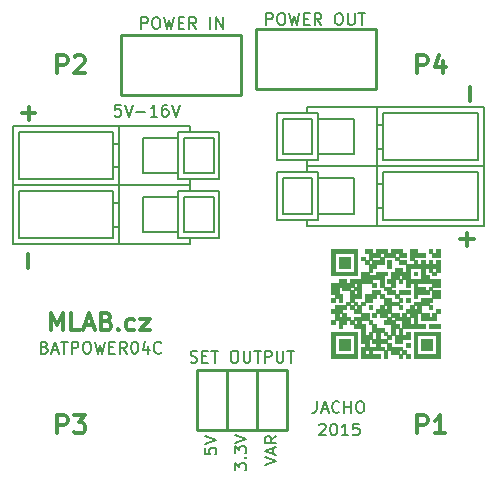
<source format=gbr>
G04 This is an RS-274x file exported by *
G04 gerbv version 2.6.1 *
G04 More information is available about gerbv at *
G04 http://gerbv.geda-project.org/ *
G04 --End of header info--*
%MOIN*%
%FSLAX34Y34*%
%IPPOS*%
G04 --Define apertures--*
%ADD10C,0.0039*%
%ADD11C,0.0118*%
%ADD12C,0.0079*%
%ADD13C,0.0100*%
%ADD14C,0.0059*%
%ADD15C,0.0120*%
G04 --Start main section--*
G54D11*
G01X0015372Y0012845D02*
G01X0015372Y0013295D01*
G01X0000662Y0007285D02*
G01X0000662Y0007735D01*
G54D12*
G01X0010350Y0002053D02*
G01X0010369Y0002072D01*
G01X0010369Y0002072D02*
G01X0010406Y0002091D01*
G01X0010406Y0002091D02*
G01X0010500Y0002091D01*
G01X0010500Y0002091D02*
G01X0010538Y0002072D01*
G01X0010538Y0002072D02*
G01X0010556Y0002053D01*
G01X0010556Y0002053D02*
G01X0010575Y0002016D01*
G01X0010575Y0002016D02*
G01X0010575Y0001978D01*
G01X0010575Y0001978D02*
G01X0010556Y0001922D01*
G01X0010556Y0001922D02*
G01X0010331Y0001697D01*
G01X0010331Y0001697D02*
G01X0010575Y0001697D01*
G01X0010819Y0002091D02*
G01X0010856Y0002091D01*
G01X0010856Y0002091D02*
G01X0010894Y0002072D01*
G01X0010894Y0002072D02*
G01X0010913Y0002053D01*
G01X0010913Y0002053D02*
G01X0010931Y0002016D01*
G01X0010931Y0002016D02*
G01X0010950Y0001941D01*
G01X0010950Y0001941D02*
G01X0010950Y0001847D01*
G01X0010950Y0001847D02*
G01X0010931Y0001772D01*
G01X0010931Y0001772D02*
G01X0010913Y0001734D01*
G01X0010913Y0001734D02*
G01X0010894Y0001716D01*
G01X0010894Y0001716D02*
G01X0010856Y0001697D01*
G01X0010856Y0001697D02*
G01X0010819Y0001697D01*
G01X0010819Y0001697D02*
G01X0010781Y0001716D01*
G01X0010781Y0001716D02*
G01X0010763Y0001734D01*
G01X0010763Y0001734D02*
G01X0010744Y0001772D01*
G01X0010744Y0001772D02*
G01X0010725Y0001847D01*
G01X0010725Y0001847D02*
G01X0010725Y0001941D01*
G01X0010725Y0001941D02*
G01X0010744Y0002016D01*
G01X0010744Y0002016D02*
G01X0010763Y0002053D01*
G01X0010763Y0002053D02*
G01X0010781Y0002072D01*
G01X0010781Y0002072D02*
G01X0010819Y0002091D01*
G01X0011325Y0001697D02*
G01X0011100Y0001697D01*
G01X0011212Y0001697D02*
G01X0011212Y0002091D01*
G01X0011212Y0002091D02*
G01X0011175Y0002034D01*
G01X0011175Y0002034D02*
G01X0011137Y0001997D01*
G01X0011137Y0001997D02*
G01X0011100Y0001978D01*
G01X0011681Y0002091D02*
G01X0011494Y0002091D01*
G01X0011494Y0002091D02*
G01X0011475Y0001903D01*
G01X0011475Y0001903D02*
G01X0011494Y0001922D01*
G01X0011494Y0001922D02*
G01X0011531Y0001941D01*
G01X0011531Y0001941D02*
G01X0011625Y0001941D01*
G01X0011625Y0001941D02*
G01X0011662Y0001922D01*
G01X0011662Y0001922D02*
G01X0011681Y0001903D01*
G01X0011681Y0001903D02*
G01X0011700Y0001866D01*
G01X0011700Y0001866D02*
G01X0011700Y0001772D01*
G01X0011700Y0001772D02*
G01X0011681Y0001734D01*
G01X0011681Y0001734D02*
G01X0011662Y0001716D01*
G01X0011662Y0001716D02*
G01X0011625Y0001697D01*
G01X0011625Y0001697D02*
G01X0011531Y0001697D01*
G01X0011531Y0001697D02*
G01X0011494Y0001716D01*
G01X0011494Y0001716D02*
G01X0011475Y0001734D01*
G01X0010278Y0002841D02*
G01X0010278Y0002559D01*
G01X0010278Y0002559D02*
G01X0010259Y0002503D01*
G01X0010259Y0002503D02*
G01X0010222Y0002466D01*
G01X0010222Y0002466D02*
G01X0010166Y0002447D01*
G01X0010166Y0002447D02*
G01X0010128Y0002447D01*
G01X0010447Y0002559D02*
G01X0010634Y0002559D01*
G01X0010409Y0002447D02*
G01X0010541Y0002841D01*
G01X0010541Y0002841D02*
G01X0010672Y0002447D01*
G01X0011028Y0002484D02*
G01X0011009Y0002466D01*
G01X0011009Y0002466D02*
G01X0010953Y0002447D01*
G01X0010953Y0002447D02*
G01X0010916Y0002447D01*
G01X0010916Y0002447D02*
G01X0010859Y0002466D01*
G01X0010859Y0002466D02*
G01X0010822Y0002503D01*
G01X0010822Y0002503D02*
G01X0010803Y0002541D01*
G01X0010803Y0002541D02*
G01X0010784Y0002616D01*
G01X0010784Y0002616D02*
G01X0010784Y0002672D01*
G01X0010784Y0002672D02*
G01X0010803Y0002747D01*
G01X0010803Y0002747D02*
G01X0010822Y0002784D01*
G01X0010822Y0002784D02*
G01X0010859Y0002822D01*
G01X0010859Y0002822D02*
G01X0010916Y0002841D01*
G01X0010916Y0002841D02*
G01X0010953Y0002841D01*
G01X0010953Y0002841D02*
G01X0011009Y0002822D01*
G01X0011009Y0002822D02*
G01X0011028Y0002803D01*
G01X0011197Y0002447D02*
G01X0011197Y0002841D01*
G01X0011197Y0002653D02*
G01X0011422Y0002653D01*
G01X0011422Y0002447D02*
G01X0011422Y0002841D01*
G01X0011684Y0002841D02*
G01X0011759Y0002841D01*
G01X0011759Y0002841D02*
G01X0011797Y0002822D01*
G01X0011797Y0002822D02*
G01X0011834Y0002784D01*
G01X0011834Y0002784D02*
G01X0011853Y0002709D01*
G01X0011853Y0002709D02*
G01X0011853Y0002578D01*
G01X0011853Y0002578D02*
G01X0011834Y0002503D01*
G01X0011834Y0002503D02*
G01X0011797Y0002466D01*
G01X0011797Y0002466D02*
G01X0011759Y0002447D01*
G01X0011759Y0002447D02*
G01X0011684Y0002447D01*
G01X0011684Y0002447D02*
G01X0011647Y0002466D01*
G01X0011647Y0002466D02*
G01X0011609Y0002503D01*
G01X0011609Y0002503D02*
G01X0011591Y0002578D01*
G01X0011591Y0002578D02*
G01X0011591Y0002709D01*
G01X0011591Y0002709D02*
G01X0011609Y0002784D01*
G01X0011609Y0002784D02*
G01X0011647Y0002822D01*
G01X0011647Y0002822D02*
G01X0011684Y0002841D01*
G01X0001205Y0004628D02*
G01X0001261Y0004609D01*
G01X0001261Y0004609D02*
G01X0001280Y0004591D01*
G01X0001280Y0004591D02*
G01X0001298Y0004553D01*
G01X0001298Y0004553D02*
G01X0001298Y0004497D01*
G01X0001298Y0004497D02*
G01X0001280Y0004459D01*
G01X0001280Y0004459D02*
G01X0001261Y0004441D01*
G01X0001261Y0004441D02*
G01X0001223Y0004422D01*
G01X0001223Y0004422D02*
G01X0001073Y0004422D01*
G01X0001073Y0004422D02*
G01X0001073Y0004816D01*
G01X0001073Y0004816D02*
G01X0001205Y0004816D01*
G01X0001205Y0004816D02*
G01X0001242Y0004797D01*
G01X0001242Y0004797D02*
G01X0001261Y0004778D01*
G01X0001261Y0004778D02*
G01X0001280Y0004741D01*
G01X0001280Y0004741D02*
G01X0001280Y0004703D01*
G01X0001280Y0004703D02*
G01X0001261Y0004666D01*
G01X0001261Y0004666D02*
G01X0001242Y0004647D01*
G01X0001242Y0004647D02*
G01X0001205Y0004628D01*
G01X0001205Y0004628D02*
G01X0001073Y0004628D01*
G01X0001448Y0004534D02*
G01X0001636Y0004534D01*
G01X0001411Y0004422D02*
G01X0001542Y0004816D01*
G01X0001542Y0004816D02*
G01X0001673Y0004422D01*
G01X0001748Y0004816D02*
G01X0001973Y0004816D01*
G01X0001861Y0004422D02*
G01X0001861Y0004816D01*
G01X0002104Y0004422D02*
G01X0002104Y0004816D01*
G01X0002104Y0004816D02*
G01X0002254Y0004816D01*
G01X0002254Y0004816D02*
G01X0002292Y0004797D01*
G01X0002292Y0004797D02*
G01X0002311Y0004778D01*
G01X0002311Y0004778D02*
G01X0002329Y0004741D01*
G01X0002329Y0004741D02*
G01X0002329Y0004684D01*
G01X0002329Y0004684D02*
G01X0002311Y0004647D01*
G01X0002311Y0004647D02*
G01X0002292Y0004628D01*
G01X0002292Y0004628D02*
G01X0002254Y0004609D01*
G01X0002254Y0004609D02*
G01X0002104Y0004609D01*
G01X0002573Y0004816D02*
G01X0002648Y0004816D01*
G01X0002648Y0004816D02*
G01X0002686Y0004797D01*
G01X0002686Y0004797D02*
G01X0002723Y0004759D01*
G01X0002723Y0004759D02*
G01X0002742Y0004684D01*
G01X0002742Y0004684D02*
G01X0002742Y0004553D01*
G01X0002742Y0004553D02*
G01X0002723Y0004478D01*
G01X0002723Y0004478D02*
G01X0002686Y0004441D01*
G01X0002686Y0004441D02*
G01X0002648Y0004422D01*
G01X0002648Y0004422D02*
G01X0002573Y0004422D01*
G01X0002573Y0004422D02*
G01X0002536Y0004441D01*
G01X0002536Y0004441D02*
G01X0002498Y0004478D01*
G01X0002498Y0004478D02*
G01X0002479Y0004553D01*
G01X0002479Y0004553D02*
G01X0002479Y0004684D01*
G01X0002479Y0004684D02*
G01X0002498Y0004759D01*
G01X0002498Y0004759D02*
G01X0002536Y0004797D01*
G01X0002536Y0004797D02*
G01X0002573Y0004816D01*
G01X0002873Y0004816D02*
G01X0002967Y0004422D01*
G01X0002967Y0004422D02*
G01X0003042Y0004703D01*
G01X0003042Y0004703D02*
G01X0003117Y0004422D01*
G01X0003117Y0004422D02*
G01X0003211Y0004816D01*
G01X0003361Y0004628D02*
G01X0003492Y0004628D01*
G01X0003548Y0004422D02*
G01X0003361Y0004422D01*
G01X0003361Y0004422D02*
G01X0003361Y0004816D01*
G01X0003361Y0004816D02*
G01X0003548Y0004816D01*
G01X0003942Y0004422D02*
G01X0003811Y0004609D01*
G01X0003717Y0004422D02*
G01X0003717Y0004816D01*
G01X0003717Y0004816D02*
G01X0003867Y0004816D01*
G01X0003867Y0004816D02*
G01X0003904Y0004797D01*
G01X0003904Y0004797D02*
G01X0003923Y0004778D01*
G01X0003923Y0004778D02*
G01X0003942Y0004741D01*
G01X0003942Y0004741D02*
G01X0003942Y0004684D01*
G01X0003942Y0004684D02*
G01X0003923Y0004647D01*
G01X0003923Y0004647D02*
G01X0003904Y0004628D01*
G01X0003904Y0004628D02*
G01X0003867Y0004609D01*
G01X0003867Y0004609D02*
G01X0003717Y0004609D01*
G01X0004185Y0004816D02*
G01X0004223Y0004816D01*
G01X0004223Y0004816D02*
G01X0004260Y0004797D01*
G01X0004260Y0004797D02*
G01X0004279Y0004778D01*
G01X0004279Y0004778D02*
G01X0004298Y0004741D01*
G01X0004298Y0004741D02*
G01X0004317Y0004666D01*
G01X0004317Y0004666D02*
G01X0004317Y0004572D01*
G01X0004317Y0004572D02*
G01X0004298Y0004497D01*
G01X0004298Y0004497D02*
G01X0004279Y0004459D01*
G01X0004279Y0004459D02*
G01X0004260Y0004441D01*
G01X0004260Y0004441D02*
G01X0004223Y0004422D01*
G01X0004223Y0004422D02*
G01X0004185Y0004422D01*
G01X0004185Y0004422D02*
G01X0004148Y0004441D01*
G01X0004148Y0004441D02*
G01X0004129Y0004459D01*
G01X0004129Y0004459D02*
G01X0004110Y0004497D01*
G01X0004110Y0004497D02*
G01X0004092Y0004572D01*
G01X0004092Y0004572D02*
G01X0004092Y0004666D01*
G01X0004092Y0004666D02*
G01X0004110Y0004741D01*
G01X0004110Y0004741D02*
G01X0004129Y0004778D01*
G01X0004129Y0004778D02*
G01X0004148Y0004797D01*
G01X0004148Y0004797D02*
G01X0004185Y0004816D01*
G01X0004654Y0004684D02*
G01X0004654Y0004422D01*
G01X0004560Y0004834D02*
G01X0004467Y0004553D01*
G01X0004467Y0004553D02*
G01X0004710Y0004553D01*
G01X0005085Y0004459D02*
G01X0005067Y0004441D01*
G01X0005067Y0004441D02*
G01X0005010Y0004422D01*
G01X0005010Y0004422D02*
G01X0004973Y0004422D01*
G01X0004973Y0004422D02*
G01X0004917Y0004441D01*
G01X0004917Y0004441D02*
G01X0004879Y0004478D01*
G01X0004879Y0004478D02*
G01X0004860Y0004516D01*
G01X0004860Y0004516D02*
G01X0004842Y0004591D01*
G01X0004842Y0004591D02*
G01X0004842Y0004647D01*
G01X0004842Y0004647D02*
G01X0004860Y0004722D01*
G01X0004860Y0004722D02*
G01X0004879Y0004759D01*
G01X0004879Y0004759D02*
G01X0004917Y0004797D01*
G01X0004917Y0004797D02*
G01X0004973Y0004816D01*
G01X0004973Y0004816D02*
G01X0005010Y0004816D01*
G01X0005010Y0004816D02*
G01X0005067Y0004797D01*
G01X0005067Y0004797D02*
G01X0005085Y0004778D01*
G54D11*
G01X0001413Y0005193D02*
G01X0001413Y0005783D01*
G01X0001413Y0005783D02*
G01X0001610Y0005362D01*
G01X0001610Y0005362D02*
G01X0001807Y0005783D01*
G01X0001807Y0005783D02*
G01X0001807Y0005193D01*
G01X0002369Y0005193D02*
G01X0002088Y0005193D01*
G01X0002088Y0005193D02*
G01X0002088Y0005783D01*
G01X0002538Y0005362D02*
G01X0002819Y0005362D01*
G01X0002482Y0005193D02*
G01X0002678Y0005783D01*
G01X0002678Y0005783D02*
G01X0002875Y0005193D01*
G01X0003269Y0005502D02*
G01X0003353Y0005474D01*
G01X0003353Y0005474D02*
G01X0003382Y0005446D01*
G01X0003382Y0005446D02*
G01X0003410Y0005390D01*
G01X0003410Y0005390D02*
G01X0003410Y0005305D01*
G01X0003410Y0005305D02*
G01X0003382Y0005249D01*
G01X0003382Y0005249D02*
G01X0003353Y0005221D01*
G01X0003353Y0005221D02*
G01X0003297Y0005193D01*
G01X0003297Y0005193D02*
G01X0003072Y0005193D01*
G01X0003072Y0005193D02*
G01X0003072Y0005783D01*
G01X0003072Y0005783D02*
G01X0003269Y0005783D01*
G01X0003269Y0005783D02*
G01X0003325Y0005755D01*
G01X0003325Y0005755D02*
G01X0003353Y0005727D01*
G01X0003353Y0005727D02*
G01X0003382Y0005671D01*
G01X0003382Y0005671D02*
G01X0003382Y0005615D01*
G01X0003382Y0005615D02*
G01X0003353Y0005558D01*
G01X0003353Y0005558D02*
G01X0003325Y0005530D01*
G01X0003325Y0005530D02*
G01X0003269Y0005502D01*
G01X0003269Y0005502D02*
G01X0003072Y0005502D01*
G01X0003663Y0005249D02*
G01X0003691Y0005221D01*
G01X0003691Y0005221D02*
G01X0003663Y0005193D01*
G01X0003663Y0005193D02*
G01X0003635Y0005221D01*
G01X0003635Y0005221D02*
G01X0003663Y0005249D01*
G01X0003663Y0005249D02*
G01X0003663Y0005193D01*
G01X0004197Y0005221D02*
G01X0004141Y0005193D01*
G01X0004141Y0005193D02*
G01X0004028Y0005193D01*
G01X0004028Y0005193D02*
G01X0003972Y0005221D01*
G01X0003972Y0005221D02*
G01X0003944Y0005249D01*
G01X0003944Y0005249D02*
G01X0003916Y0005305D01*
G01X0003916Y0005305D02*
G01X0003916Y0005474D01*
G01X0003916Y0005474D02*
G01X0003944Y0005530D01*
G01X0003944Y0005530D02*
G01X0003972Y0005558D01*
G01X0003972Y0005558D02*
G01X0004028Y0005587D01*
G01X0004028Y0005587D02*
G01X0004141Y0005587D01*
G01X0004141Y0005587D02*
G01X0004197Y0005558D01*
G01X0004394Y0005587D02*
G01X0004703Y0005587D01*
G01X0004703Y0005587D02*
G01X0004394Y0005193D01*
G01X0004394Y0005193D02*
G01X0004703Y0005193D01*
G54D12*
G01X0003738Y0012716D02*
G01X0003550Y0012716D01*
G01X0003550Y0012716D02*
G01X0003531Y0012528D01*
G01X0003531Y0012528D02*
G01X0003550Y0012547D01*
G01X0003550Y0012547D02*
G01X0003588Y0012566D01*
G01X0003588Y0012566D02*
G01X0003681Y0012566D01*
G01X0003681Y0012566D02*
G01X0003719Y0012547D01*
G01X0003719Y0012547D02*
G01X0003738Y0012528D01*
G01X0003738Y0012528D02*
G01X0003756Y0012491D01*
G01X0003756Y0012491D02*
G01X0003756Y0012397D01*
G01X0003756Y0012397D02*
G01X0003738Y0012359D01*
G01X0003738Y0012359D02*
G01X0003719Y0012341D01*
G01X0003719Y0012341D02*
G01X0003681Y0012322D01*
G01X0003681Y0012322D02*
G01X0003588Y0012322D01*
G01X0003588Y0012322D02*
G01X0003550Y0012341D01*
G01X0003550Y0012341D02*
G01X0003531Y0012359D01*
G01X0003869Y0012716D02*
G01X0004000Y0012322D01*
G01X0004000Y0012322D02*
G01X0004131Y0012716D01*
G01X0004263Y0012472D02*
G01X0004563Y0012472D01*
G01X0004956Y0012322D02*
G01X0004731Y0012322D01*
G01X0004844Y0012322D02*
G01X0004844Y0012716D01*
G01X0004844Y0012716D02*
G01X0004806Y0012659D01*
G01X0004806Y0012659D02*
G01X0004769Y0012622D01*
G01X0004769Y0012622D02*
G01X0004731Y0012603D01*
G01X0005294Y0012716D02*
G01X0005219Y0012716D01*
G01X0005219Y0012716D02*
G01X0005181Y0012697D01*
G01X0005181Y0012697D02*
G01X0005162Y0012678D01*
G01X0005162Y0012678D02*
G01X0005125Y0012622D01*
G01X0005125Y0012622D02*
G01X0005106Y0012547D01*
G01X0005106Y0012547D02*
G01X0005106Y0012397D01*
G01X0005106Y0012397D02*
G01X0005125Y0012359D01*
G01X0005125Y0012359D02*
G01X0005144Y0012341D01*
G01X0005144Y0012341D02*
G01X0005181Y0012322D01*
G01X0005181Y0012322D02*
G01X0005256Y0012322D01*
G01X0005256Y0012322D02*
G01X0005294Y0012341D01*
G01X0005294Y0012341D02*
G01X0005312Y0012359D01*
G01X0005312Y0012359D02*
G01X0005331Y0012397D01*
G01X0005331Y0012397D02*
G01X0005331Y0012491D01*
G01X0005331Y0012491D02*
G01X0005312Y0012528D01*
G01X0005312Y0012528D02*
G01X0005294Y0012547D01*
G01X0005294Y0012547D02*
G01X0005256Y0012566D01*
G01X0005256Y0012566D02*
G01X0005181Y0012566D01*
G01X0005181Y0012566D02*
G01X0005144Y0012547D01*
G01X0005144Y0012547D02*
G01X0005125Y0012528D01*
G01X0005125Y0012528D02*
G01X0005106Y0012491D01*
G01X0005444Y0012716D02*
G01X0005575Y0012322D01*
G01X0005575Y0012322D02*
G01X0005706Y0012716D01*
G01X0008534Y0000719D02*
G01X0008928Y0000850D01*
G01X0008928Y0000850D02*
G01X0008534Y0000981D01*
G01X0008816Y0001094D02*
G01X0008816Y0001281D01*
G01X0008928Y0001056D02*
G01X0008534Y0001188D01*
G01X0008534Y0001188D02*
G01X0008928Y0001319D01*
G01X0008928Y0001675D02*
G01X0008741Y0001544D01*
G01X0008928Y0001450D02*
G01X0008534Y0001450D01*
G01X0008534Y0001450D02*
G01X0008534Y0001600D01*
G01X0008534Y0001600D02*
G01X0008553Y0001638D01*
G01X0008553Y0001638D02*
G01X0008572Y0001656D01*
G01X0008572Y0001656D02*
G01X0008609Y0001675D01*
G01X0008609Y0001675D02*
G01X0008666Y0001675D01*
G01X0008666Y0001675D02*
G01X0008703Y0001656D01*
G01X0008703Y0001656D02*
G01X0008722Y0001638D01*
G01X0008722Y0001638D02*
G01X0008741Y0001600D01*
G01X0008741Y0001600D02*
G01X0008741Y0001450D01*
G01X0007534Y0000531D02*
G01X0007534Y0000775D01*
G01X0007534Y0000775D02*
G01X0007684Y0000644D01*
G01X0007684Y0000644D02*
G01X0007684Y0000700D01*
G01X0007684Y0000700D02*
G01X0007703Y0000738D01*
G01X0007703Y0000738D02*
G01X0007722Y0000756D01*
G01X0007722Y0000756D02*
G01X0007759Y0000775D01*
G01X0007759Y0000775D02*
G01X0007853Y0000775D01*
G01X0007853Y0000775D02*
G01X0007891Y0000756D01*
G01X0007891Y0000756D02*
G01X0007909Y0000738D01*
G01X0007909Y0000738D02*
G01X0007928Y0000700D01*
G01X0007928Y0000700D02*
G01X0007928Y0000588D01*
G01X0007928Y0000588D02*
G01X0007909Y0000550D01*
G01X0007909Y0000550D02*
G01X0007891Y0000531D01*
G01X0007891Y0000944D02*
G01X0007909Y0000963D01*
G01X0007909Y0000963D02*
G01X0007928Y0000944D01*
G01X0007928Y0000944D02*
G01X0007909Y0000925D01*
G01X0007909Y0000925D02*
G01X0007891Y0000944D01*
G01X0007891Y0000944D02*
G01X0007928Y0000944D01*
G01X0007534Y0001094D02*
G01X0007534Y0001338D01*
G01X0007534Y0001338D02*
G01X0007684Y0001206D01*
G01X0007684Y0001206D02*
G01X0007684Y0001263D01*
G01X0007684Y0001263D02*
G01X0007703Y0001300D01*
G01X0007703Y0001300D02*
G01X0007722Y0001319D01*
G01X0007722Y0001319D02*
G01X0007759Y0001338D01*
G01X0007759Y0001338D02*
G01X0007853Y0001338D01*
G01X0007853Y0001338D02*
G01X0007891Y0001319D01*
G01X0007891Y0001319D02*
G01X0007909Y0001300D01*
G01X0007909Y0001300D02*
G01X0007928Y0001263D01*
G01X0007928Y0001263D02*
G01X0007928Y0001150D01*
G01X0007928Y0001150D02*
G01X0007909Y0001113D01*
G01X0007909Y0001113D02*
G01X0007891Y0001094D01*
G01X0007534Y0001450D02*
G01X0007928Y0001581D01*
G01X0007928Y0001581D02*
G01X0007534Y0001713D01*
G01X0006534Y0001269D02*
G01X0006534Y0001081D01*
G01X0006534Y0001081D02*
G01X0006722Y0001063D01*
G01X0006722Y0001063D02*
G01X0006703Y0001081D01*
G01X0006703Y0001081D02*
G01X0006684Y0001119D01*
G01X0006684Y0001119D02*
G01X0006684Y0001213D01*
G01X0006684Y0001213D02*
G01X0006703Y0001250D01*
G01X0006703Y0001250D02*
G01X0006722Y0001269D01*
G01X0006722Y0001269D02*
G01X0006759Y0001288D01*
G01X0006759Y0001288D02*
G01X0006853Y0001288D01*
G01X0006853Y0001288D02*
G01X0006891Y0001269D01*
G01X0006891Y0001269D02*
G01X0006909Y0001250D01*
G01X0006909Y0001250D02*
G01X0006928Y0001213D01*
G01X0006928Y0001213D02*
G01X0006928Y0001119D01*
G01X0006928Y0001119D02*
G01X0006909Y0001081D01*
G01X0006909Y0001081D02*
G01X0006891Y0001063D01*
G01X0006534Y0001400D02*
G01X0006928Y0001531D01*
G01X0006928Y0001531D02*
G01X0006534Y0001663D01*
G01X0006069Y0004141D02*
G01X0006125Y0004122D01*
G01X0006125Y0004122D02*
G01X0006219Y0004122D01*
G01X0006219Y0004122D02*
G01X0006256Y0004141D01*
G01X0006256Y0004141D02*
G01X0006275Y0004159D01*
G01X0006275Y0004159D02*
G01X0006294Y0004197D01*
G01X0006294Y0004197D02*
G01X0006294Y0004234D01*
G01X0006294Y0004234D02*
G01X0006275Y0004272D01*
G01X0006275Y0004272D02*
G01X0006256Y0004291D01*
G01X0006256Y0004291D02*
G01X0006219Y0004309D01*
G01X0006219Y0004309D02*
G01X0006144Y0004328D01*
G01X0006144Y0004328D02*
G01X0006106Y0004347D01*
G01X0006106Y0004347D02*
G01X0006088Y0004366D01*
G01X0006088Y0004366D02*
G01X0006069Y0004403D01*
G01X0006069Y0004403D02*
G01X0006069Y0004441D01*
G01X0006069Y0004441D02*
G01X0006088Y0004478D01*
G01X0006088Y0004478D02*
G01X0006106Y0004497D01*
G01X0006106Y0004497D02*
G01X0006144Y0004516D01*
G01X0006144Y0004516D02*
G01X0006238Y0004516D01*
G01X0006238Y0004516D02*
G01X0006294Y0004497D01*
G01X0006463Y0004328D02*
G01X0006594Y0004328D01*
G01X0006650Y0004122D02*
G01X0006463Y0004122D01*
G01X0006463Y0004122D02*
G01X0006463Y0004516D01*
G01X0006463Y0004516D02*
G01X0006650Y0004516D01*
G01X0006763Y0004516D02*
G01X0006988Y0004516D01*
G01X0006875Y0004122D02*
G01X0006875Y0004516D01*
G01X0007494Y0004516D02*
G01X0007569Y0004516D01*
G01X0007569Y0004516D02*
G01X0007606Y0004497D01*
G01X0007606Y0004497D02*
G01X0007644Y0004459D01*
G01X0007644Y0004459D02*
G01X0007663Y0004384D01*
G01X0007663Y0004384D02*
G01X0007663Y0004253D01*
G01X0007663Y0004253D02*
G01X0007644Y0004178D01*
G01X0007644Y0004178D02*
G01X0007606Y0004141D01*
G01X0007606Y0004141D02*
G01X0007569Y0004122D01*
G01X0007569Y0004122D02*
G01X0007494Y0004122D01*
G01X0007494Y0004122D02*
G01X0007456Y0004141D01*
G01X0007456Y0004141D02*
G01X0007419Y0004178D01*
G01X0007419Y0004178D02*
G01X0007400Y0004253D01*
G01X0007400Y0004253D02*
G01X0007400Y0004384D01*
G01X0007400Y0004384D02*
G01X0007419Y0004459D01*
G01X0007419Y0004459D02*
G01X0007456Y0004497D01*
G01X0007456Y0004497D02*
G01X0007494Y0004516D01*
G01X0007831Y0004516D02*
G01X0007831Y0004197D01*
G01X0007831Y0004197D02*
G01X0007850Y0004159D01*
G01X0007850Y0004159D02*
G01X0007869Y0004141D01*
G01X0007869Y0004141D02*
G01X0007906Y0004122D01*
G01X0007906Y0004122D02*
G01X0007981Y0004122D01*
G01X0007981Y0004122D02*
G01X0008019Y0004141D01*
G01X0008019Y0004141D02*
G01X0008037Y0004159D01*
G01X0008037Y0004159D02*
G01X0008056Y0004197D01*
G01X0008056Y0004197D02*
G01X0008056Y0004516D01*
G01X0008187Y0004516D02*
G01X0008412Y0004516D01*
G01X0008300Y0004122D02*
G01X0008300Y0004516D01*
G01X0008544Y0004122D02*
G01X0008544Y0004516D01*
G01X0008544Y0004516D02*
G01X0008694Y0004516D01*
G01X0008694Y0004516D02*
G01X0008731Y0004497D01*
G01X0008731Y0004497D02*
G01X0008750Y0004478D01*
G01X0008750Y0004478D02*
G01X0008769Y0004441D01*
G01X0008769Y0004441D02*
G01X0008769Y0004384D01*
G01X0008769Y0004384D02*
G01X0008750Y0004347D01*
G01X0008750Y0004347D02*
G01X0008731Y0004328D01*
G01X0008731Y0004328D02*
G01X0008694Y0004309D01*
G01X0008694Y0004309D02*
G01X0008544Y0004309D01*
G01X0008937Y0004516D02*
G01X0008937Y0004197D01*
G01X0008937Y0004197D02*
G01X0008956Y0004159D01*
G01X0008956Y0004159D02*
G01X0008975Y0004141D01*
G01X0008975Y0004141D02*
G01X0009012Y0004122D01*
G01X0009012Y0004122D02*
G01X0009087Y0004122D01*
G01X0009087Y0004122D02*
G01X0009125Y0004141D01*
G01X0009125Y0004141D02*
G01X0009144Y0004159D01*
G01X0009144Y0004159D02*
G01X0009162Y0004197D01*
G01X0009162Y0004197D02*
G01X0009162Y0004516D01*
G01X0009294Y0004516D02*
G01X0009519Y0004516D01*
G01X0009406Y0004122D02*
G01X0009406Y0004516D01*
G54D11*
G01X0015055Y0008228D02*
G01X0015505Y0008228D01*
G01X0015280Y0008003D02*
G01X0015280Y0008453D01*
G01X0000445Y0012428D02*
G01X0000895Y0012428D01*
G01X0000670Y0012203D02*
G01X0000670Y0012653D01*
G54D12*
G01X0008588Y0015382D02*
G01X0008588Y0015776D01*
G01X0008588Y0015776D02*
G01X0008738Y0015776D01*
G01X0008738Y0015776D02*
G01X0008776Y0015757D01*
G01X0008776Y0015757D02*
G01X0008795Y0015738D01*
G01X0008795Y0015738D02*
G01X0008813Y0015701D01*
G01X0008813Y0015701D02*
G01X0008813Y0015644D01*
G01X0008813Y0015644D02*
G01X0008795Y0015607D01*
G01X0008795Y0015607D02*
G01X0008776Y0015588D01*
G01X0008776Y0015588D02*
G01X0008738Y0015569D01*
G01X0008738Y0015569D02*
G01X0008588Y0015569D01*
G01X0009057Y0015776D02*
G01X0009132Y0015776D01*
G01X0009132Y0015776D02*
G01X0009170Y0015757D01*
G01X0009170Y0015757D02*
G01X0009207Y0015719D01*
G01X0009207Y0015719D02*
G01X0009226Y0015644D01*
G01X0009226Y0015644D02*
G01X0009226Y0015513D01*
G01X0009226Y0015513D02*
G01X0009207Y0015438D01*
G01X0009207Y0015438D02*
G01X0009170Y0015401D01*
G01X0009170Y0015401D02*
G01X0009132Y0015382D01*
G01X0009132Y0015382D02*
G01X0009057Y0015382D01*
G01X0009057Y0015382D02*
G01X0009020Y0015401D01*
G01X0009020Y0015401D02*
G01X0008982Y0015438D01*
G01X0008982Y0015438D02*
G01X0008963Y0015513D01*
G01X0008963Y0015513D02*
G01X0008963Y0015644D01*
G01X0008963Y0015644D02*
G01X0008982Y0015719D01*
G01X0008982Y0015719D02*
G01X0009020Y0015757D01*
G01X0009020Y0015757D02*
G01X0009057Y0015776D01*
G01X0009357Y0015776D02*
G01X0009451Y0015382D01*
G01X0009451Y0015382D02*
G01X0009526Y0015663D01*
G01X0009526Y0015663D02*
G01X0009601Y0015382D01*
G01X0009601Y0015382D02*
G01X0009694Y0015776D01*
G01X0009844Y0015588D02*
G01X0009976Y0015588D01*
G01X0010032Y0015382D02*
G01X0009844Y0015382D01*
G01X0009844Y0015382D02*
G01X0009844Y0015776D01*
G01X0009844Y0015776D02*
G01X0010032Y0015776D01*
G01X0010426Y0015382D02*
G01X0010294Y0015569D01*
G01X0010201Y0015382D02*
G01X0010201Y0015776D01*
G01X0010201Y0015776D02*
G01X0010351Y0015776D01*
G01X0010351Y0015776D02*
G01X0010388Y0015757D01*
G01X0010388Y0015757D02*
G01X0010407Y0015738D01*
G01X0010407Y0015738D02*
G01X0010426Y0015701D01*
G01X0010426Y0015701D02*
G01X0010426Y0015644D01*
G01X0010426Y0015644D02*
G01X0010407Y0015607D01*
G01X0010407Y0015607D02*
G01X0010388Y0015588D01*
G01X0010388Y0015588D02*
G01X0010351Y0015569D01*
G01X0010351Y0015569D02*
G01X0010201Y0015569D01*
G01X0010969Y0015776D02*
G01X0011044Y0015776D01*
G01X0011044Y0015776D02*
G01X0011082Y0015757D01*
G01X0011082Y0015757D02*
G01X0011119Y0015719D01*
G01X0011119Y0015719D02*
G01X0011138Y0015644D01*
G01X0011138Y0015644D02*
G01X0011138Y0015513D01*
G01X0011138Y0015513D02*
G01X0011119Y0015438D01*
G01X0011119Y0015438D02*
G01X0011082Y0015401D01*
G01X0011082Y0015401D02*
G01X0011044Y0015382D01*
G01X0011044Y0015382D02*
G01X0010969Y0015382D01*
G01X0010969Y0015382D02*
G01X0010932Y0015401D01*
G01X0010932Y0015401D02*
G01X0010894Y0015438D01*
G01X0010894Y0015438D02*
G01X0010876Y0015513D01*
G01X0010876Y0015513D02*
G01X0010876Y0015644D01*
G01X0010876Y0015644D02*
G01X0010894Y0015719D01*
G01X0010894Y0015719D02*
G01X0010932Y0015757D01*
G01X0010932Y0015757D02*
G01X0010969Y0015776D01*
G01X0011307Y0015776D02*
G01X0011307Y0015457D01*
G01X0011307Y0015457D02*
G01X0011325Y0015419D01*
G01X0011325Y0015419D02*
G01X0011344Y0015401D01*
G01X0011344Y0015401D02*
G01X0011382Y0015382D01*
G01X0011382Y0015382D02*
G01X0011457Y0015382D01*
G01X0011457Y0015382D02*
G01X0011494Y0015401D01*
G01X0011494Y0015401D02*
G01X0011513Y0015419D01*
G01X0011513Y0015419D02*
G01X0011532Y0015457D01*
G01X0011532Y0015457D02*
G01X0011532Y0015776D01*
G01X0011663Y0015776D02*
G01X0011888Y0015776D01*
G01X0011775Y0015382D02*
G01X0011775Y0015776D01*
G01X0004416Y0015247D02*
G01X0004416Y0015641D01*
G01X0004416Y0015641D02*
G01X0004566Y0015641D01*
G01X0004566Y0015641D02*
G01X0004603Y0015622D01*
G01X0004603Y0015622D02*
G01X0004622Y0015603D01*
G01X0004622Y0015603D02*
G01X0004641Y0015566D01*
G01X0004641Y0015566D02*
G01X0004641Y0015509D01*
G01X0004641Y0015509D02*
G01X0004622Y0015472D01*
G01X0004622Y0015472D02*
G01X0004603Y0015453D01*
G01X0004603Y0015453D02*
G01X0004566Y0015434D01*
G01X0004566Y0015434D02*
G01X0004416Y0015434D01*
G01X0004884Y0015641D02*
G01X0004959Y0015641D01*
G01X0004959Y0015641D02*
G01X0004997Y0015622D01*
G01X0004997Y0015622D02*
G01X0005034Y0015584D01*
G01X0005034Y0015584D02*
G01X0005053Y0015509D01*
G01X0005053Y0015509D02*
G01X0005053Y0015378D01*
G01X0005053Y0015378D02*
G01X0005034Y0015303D01*
G01X0005034Y0015303D02*
G01X0004997Y0015266D01*
G01X0004997Y0015266D02*
G01X0004959Y0015247D01*
G01X0004959Y0015247D02*
G01X0004884Y0015247D01*
G01X0004884Y0015247D02*
G01X0004847Y0015266D01*
G01X0004847Y0015266D02*
G01X0004809Y0015303D01*
G01X0004809Y0015303D02*
G01X0004791Y0015378D01*
G01X0004791Y0015378D02*
G01X0004791Y0015509D01*
G01X0004791Y0015509D02*
G01X0004809Y0015584D01*
G01X0004809Y0015584D02*
G01X0004847Y0015622D01*
G01X0004847Y0015622D02*
G01X0004884Y0015641D01*
G01X0005184Y0015641D02*
G01X0005278Y0015247D01*
G01X0005278Y0015247D02*
G01X0005353Y0015528D01*
G01X0005353Y0015528D02*
G01X0005428Y0015247D01*
G01X0005428Y0015247D02*
G01X0005522Y0015641D01*
G01X0005672Y0015453D02*
G01X0005803Y0015453D01*
G01X0005859Y0015247D02*
G01X0005672Y0015247D01*
G01X0005672Y0015247D02*
G01X0005672Y0015641D01*
G01X0005672Y0015641D02*
G01X0005859Y0015641D01*
G01X0006253Y0015247D02*
G01X0006122Y0015434D01*
G01X0006028Y0015247D02*
G01X0006028Y0015641D01*
G01X0006028Y0015641D02*
G01X0006178Y0015641D01*
G01X0006178Y0015641D02*
G01X0006216Y0015622D01*
G01X0006216Y0015622D02*
G01X0006234Y0015603D01*
G01X0006234Y0015603D02*
G01X0006253Y0015566D01*
G01X0006253Y0015566D02*
G01X0006253Y0015509D01*
G01X0006253Y0015509D02*
G01X0006234Y0015472D01*
G01X0006234Y0015472D02*
G01X0006216Y0015453D01*
G01X0006216Y0015453D02*
G01X0006178Y0015434D01*
G01X0006178Y0015434D02*
G01X0006028Y0015434D01*
G01X0006722Y0015247D02*
G01X0006722Y0015641D01*
G01X0006909Y0015247D02*
G01X0006909Y0015641D01*
G01X0006909Y0015641D02*
G01X0007134Y0015247D01*
G01X0007134Y0015247D02*
G01X0007134Y0015641D01*
G54D13*
G01X0005750Y0015050D02*
G01X0006750Y0015050D01*
G01X0005750Y0013050D02*
G01X0006750Y0013050D01*
G01X0005750Y0013050D02*
G01X0006750Y0013050D01*
G01X0005750Y0015050D02*
G01X0006750Y0015050D01*
G01X0007750Y0013050D02*
G01X0007750Y0015050D01*
G01X0006750Y0015050D02*
G01X0007750Y0015050D01*
G01X0006750Y0013050D02*
G01X0007750Y0013050D01*
G01X0006750Y0013050D02*
G01X0007750Y0013050D01*
G01X0006750Y0015050D02*
G01X0007750Y0015050D01*
G01X0003750Y0013050D02*
G01X0006750Y0013050D01*
G01X0007750Y0013050D02*
G01X0007750Y0015050D01*
G01X0006750Y0015050D02*
G01X0004750Y0015050D01*
G01X0003750Y0013050D02*
G01X0003750Y0014050D01*
G01X0003750Y0015050D02*
G01X0003750Y0014050D01*
G01X0004750Y0015050D02*
G01X0003750Y0015050D01*
G01X0008275Y0001875D02*
G01X0008275Y0002875D01*
G01X0009275Y0002875D02*
G01X0009275Y0003875D01*
G01X0009275Y0003875D02*
G01X0008275Y0003875D01*
G01X0008275Y0002875D02*
G01X0008275Y0003875D01*
G01X0008275Y0001875D02*
G01X0009275Y0001875D01*
G01X0009275Y0001875D02*
G01X0009275Y0002875D01*
G01X0007275Y0001875D02*
G01X0007275Y0002875D01*
G01X0008275Y0002875D02*
G01X0008275Y0003875D01*
G01X0008275Y0003875D02*
G01X0007275Y0003875D01*
G01X0007275Y0002875D02*
G01X0007275Y0003875D01*
G01X0007275Y0001875D02*
G01X0008275Y0001875D01*
G01X0008275Y0001875D02*
G01X0008275Y0002875D01*
G01X0006275Y0001875D02*
G01X0006275Y0002875D01*
G01X0007275Y0002875D02*
G01X0007275Y0003875D01*
G01X0007275Y0003875D02*
G01X0006275Y0003875D01*
G01X0006275Y0002875D02*
G01X0006275Y0003875D01*
G01X0006275Y0001875D02*
G01X0007275Y0001875D01*
G01X0007275Y0001875D02*
G01X0007275Y0002875D01*
G01X0010250Y0013247D02*
G01X0009250Y0013247D01*
G01X0010250Y0015247D02*
G01X0009250Y0015247D01*
G01X0010250Y0015247D02*
G01X0009250Y0015247D01*
G01X0010250Y0013247D02*
G01X0009250Y0013247D01*
G01X0008250Y0015247D02*
G01X0008250Y0013247D01*
G01X0009250Y0013247D02*
G01X0008250Y0013247D01*
G01X0009250Y0015247D02*
G01X0008250Y0015247D01*
G01X0009250Y0015247D02*
G01X0008250Y0015247D01*
G01X0009250Y0013247D02*
G01X0008250Y0013247D01*
G01X0012250Y0015247D02*
G01X0009250Y0015247D01*
G01X0008250Y0015247D02*
G01X0008250Y0013247D01*
G01X0009250Y0013247D02*
G01X0011250Y0013247D01*
G01X0012250Y0015247D02*
G01X0012250Y0014247D01*
G01X0012250Y0013247D02*
G01X0012250Y0014247D01*
G01X0011250Y0013247D02*
G01X0012250Y0013247D01*
G54D14*
G01X0009931Y0012634D02*
G01X0009931Y0012437D01*
G01X0009931Y0010863D02*
G01X0009931Y0010666D01*
G01X0012294Y0012634D02*
G01X0012294Y0010666D01*
G01X0015837Y0012634D02*
G01X0015837Y0010666D01*
G01X0009144Y0012241D02*
G01X0009144Y0011059D01*
G01X0010128Y0012241D02*
G01X0010128Y0011059D01*
G01X0008947Y0010863D02*
G01X0008947Y0012437D01*
G01X0010325Y0010863D02*
G01X0010325Y0012437D01*
G01X0011506Y0012241D02*
G01X0011506Y0011059D01*
G01X0012491Y0010863D02*
G01X0012491Y0012437D01*
G01X0015640Y0012437D02*
G01X0015640Y0010863D01*
G01X0012491Y0012044D02*
G01X0012294Y0012044D01*
G01X0010128Y0012241D02*
G01X0009144Y0012241D01*
G01X0010325Y0012437D02*
G01X0008947Y0012437D01*
G01X0012491Y0011256D02*
G01X0012294Y0011256D01*
G01X0010128Y0011059D02*
G01X0009144Y0011059D01*
G01X0010325Y0010863D02*
G01X0008947Y0010863D01*
G01X0011506Y0012241D02*
G01X0010325Y0012241D01*
G01X0015640Y0012437D02*
G01X0012491Y0012437D01*
G01X0012294Y0012634D02*
G01X0009931Y0012634D01*
G01X0011506Y0011059D02*
G01X0010325Y0011059D01*
G01X0015640Y0010863D02*
G01X0012491Y0010863D01*
G01X0012294Y0010666D02*
G01X0009931Y0010666D01*
G01X0012294Y0012634D02*
G01X0015837Y0012634D01*
G01X0015837Y0010666D02*
G01X0012294Y0010666D01*
G01X0009931Y0010659D02*
G01X0009931Y0010462D01*
G01X0009931Y0008888D02*
G01X0009931Y0008691D01*
G01X0012294Y0010659D02*
G01X0012294Y0008691D01*
G01X0015837Y0010659D02*
G01X0015837Y0008691D01*
G01X0009144Y0010266D02*
G01X0009144Y0009084D01*
G01X0010128Y0010266D02*
G01X0010128Y0009084D01*
G01X0008947Y0008888D02*
G01X0008947Y0010462D01*
G01X0010325Y0008888D02*
G01X0010325Y0010462D01*
G01X0011506Y0010266D02*
G01X0011506Y0009084D01*
G01X0012491Y0008888D02*
G01X0012491Y0010462D01*
G01X0015640Y0010462D02*
G01X0015640Y0008888D01*
G01X0012491Y0010069D02*
G01X0012294Y0010069D01*
G01X0010128Y0010266D02*
G01X0009144Y0010266D01*
G01X0010325Y0010462D02*
G01X0008947Y0010462D01*
G01X0012491Y0009281D02*
G01X0012294Y0009281D01*
G01X0010128Y0009084D02*
G01X0009144Y0009084D01*
G01X0010325Y0008888D02*
G01X0008947Y0008888D01*
G01X0011506Y0010266D02*
G01X0010325Y0010266D01*
G01X0015640Y0010462D02*
G01X0012491Y0010462D01*
G01X0012294Y0010659D02*
G01X0009931Y0010659D01*
G01X0011506Y0009084D02*
G01X0010325Y0009084D01*
G01X0015640Y0008888D02*
G01X0012491Y0008888D01*
G01X0012294Y0008691D02*
G01X0009931Y0008691D01*
G01X0012294Y0010659D02*
G01X0015837Y0010659D01*
G01X0015837Y0008691D02*
G01X0012294Y0008691D01*
G01X0006044Y0010041D02*
G01X0006044Y0010238D01*
G01X0006044Y0011812D02*
G01X0006044Y0012009D01*
G01X0003681Y0010041D02*
G01X0003681Y0012009D01*
G01X0000138Y0010041D02*
G01X0000138Y0012009D01*
G01X0006831Y0010434D02*
G01X0006831Y0011616D01*
G01X0005847Y0010434D02*
G01X0005847Y0011616D01*
G01X0007028Y0011812D02*
G01X0007028Y0010238D01*
G01X0005650Y0011812D02*
G01X0005650Y0010238D01*
G01X0004469Y0010434D02*
G01X0004469Y0011616D01*
G01X0003484Y0011812D02*
G01X0003484Y0010238D01*
G01X0000335Y0010238D02*
G01X0000335Y0011812D01*
G01X0003484Y0010631D02*
G01X0003681Y0010631D01*
G01X0005847Y0010434D02*
G01X0006831Y0010434D01*
G01X0005650Y0010238D02*
G01X0007028Y0010238D01*
G01X0003484Y0011419D02*
G01X0003681Y0011419D01*
G01X0005847Y0011616D02*
G01X0006831Y0011616D01*
G01X0005650Y0011812D02*
G01X0007028Y0011812D01*
G01X0004469Y0010434D02*
G01X0005650Y0010434D01*
G01X0000335Y0010238D02*
G01X0003484Y0010238D01*
G01X0003681Y0010041D02*
G01X0006044Y0010041D01*
G01X0004469Y0011616D02*
G01X0005650Y0011616D01*
G01X0000335Y0011812D02*
G01X0003484Y0011812D01*
G01X0003681Y0012009D02*
G01X0006044Y0012009D01*
G01X0003681Y0010041D02*
G01X0000138Y0010041D01*
G01X0000138Y0012009D02*
G01X0003681Y0012009D01*
G01X0006044Y0008066D02*
G01X0006044Y0008263D01*
G01X0006044Y0009837D02*
G01X0006044Y0010034D01*
G01X0003681Y0008066D02*
G01X0003681Y0010034D01*
G01X0000138Y0008066D02*
G01X0000138Y0010034D01*
G01X0006831Y0008459D02*
G01X0006831Y0009641D01*
G01X0005847Y0008459D02*
G01X0005847Y0009641D01*
G01X0007028Y0009837D02*
G01X0007028Y0008263D01*
G01X0005650Y0009837D02*
G01X0005650Y0008263D01*
G01X0004469Y0008459D02*
G01X0004469Y0009641D01*
G01X0003484Y0009837D02*
G01X0003484Y0008263D01*
G01X0000335Y0008263D02*
G01X0000335Y0009837D01*
G01X0003484Y0008656D02*
G01X0003681Y0008656D01*
G01X0005847Y0008459D02*
G01X0006831Y0008459D01*
G01X0005650Y0008263D02*
G01X0007028Y0008263D01*
G01X0003484Y0009444D02*
G01X0003681Y0009444D01*
G01X0005847Y0009641D02*
G01X0006831Y0009641D01*
G01X0005650Y0009837D02*
G01X0007028Y0009837D01*
G01X0004469Y0008459D02*
G01X0005650Y0008459D01*
G01X0000335Y0008263D02*
G01X0003484Y0008263D01*
G01X0003681Y0008066D02*
G01X0006044Y0008066D01*
G01X0004469Y0009641D02*
G01X0005650Y0009641D01*
G01X0000335Y0009837D02*
G01X0003484Y0009837D01*
G01X0003681Y0010034D02*
G01X0006044Y0010034D01*
G01X0003681Y0008066D02*
G01X0000138Y0008066D01*
G01X0000138Y0010034D02*
G01X0003681Y0010034D01*
G54D10*
G36*
G01X0014377Y0005157D02*
G01X0014377Y0005032D01*
G01X0014252Y0005032D01*
G01X0013939Y0005032D01*
G01X0013627Y0005032D01*
G01X0013627Y0004719D01*
G01X0013627Y0004407D01*
G01X0013939Y0004407D01*
G01X0014252Y0004407D01*
G01X0014252Y0004719D01*
G01X0014252Y0005032D01*
G01X0014377Y0005032D01*
G01X0014377Y0004719D01*
G01X0014377Y0004282D01*
G01X0013939Y0004282D01*
G01X0013502Y0004282D01*
G01X0013502Y0004719D01*
G01X0013502Y0005157D01*
G01X0013939Y0005157D01*
G01X0014377Y0005157D01*
G01X0014377Y0005157D01*
G01X0014377Y0005157D01*
G37*
G01X0014377Y0005157D02*
G01X0014377Y0005032D01*
G01X0014377Y0005032D02*
G01X0014252Y0005032D01*
G01X0014252Y0005032D02*
G01X0013939Y0005032D01*
G01X0013939Y0005032D02*
G01X0013627Y0005032D01*
G01X0013627Y0005032D02*
G01X0013627Y0004719D01*
G01X0013627Y0004719D02*
G01X0013627Y0004407D01*
G01X0013627Y0004407D02*
G01X0013939Y0004407D01*
G01X0013939Y0004407D02*
G01X0014252Y0004407D01*
G01X0014252Y0004407D02*
G01X0014252Y0004719D01*
G01X0014252Y0004719D02*
G01X0014252Y0005032D01*
G01X0014252Y0005032D02*
G01X0014377Y0005032D01*
G01X0014377Y0005032D02*
G01X0014377Y0004719D01*
G01X0014377Y0004719D02*
G01X0014377Y0004282D01*
G01X0014377Y0004282D02*
G01X0013939Y0004282D01*
G01X0013939Y0004282D02*
G01X0013502Y0004282D01*
G01X0013502Y0004282D02*
G01X0013502Y0004719D01*
G01X0013502Y0004719D02*
G01X0013502Y0005157D01*
G01X0013502Y0005157D02*
G01X0013939Y0005157D01*
G01X0013939Y0005157D02*
G01X0014377Y0005157D01*
G01X0014377Y0005157D02*
G01X0014377Y0005157D01*
G36*
G01X0014377Y0005407D02*
G01X0014377Y0005344D01*
G01X0014377Y0005282D01*
G01X0014189Y0005282D01*
G01X0014002Y0005282D01*
G01X0014002Y0005344D01*
G01X0014002Y0005407D01*
G01X0014189Y0005407D01*
G01X0014377Y0005407D01*
G01X0014377Y0005407D01*
G01X0014377Y0005407D01*
G37*
G01X0014377Y0005407D02*
G01X0014377Y0005344D01*
G01X0014377Y0005344D02*
G01X0014377Y0005282D01*
G01X0014377Y0005282D02*
G01X0014189Y0005282D01*
G01X0014189Y0005282D02*
G01X0014002Y0005282D01*
G01X0014002Y0005282D02*
G01X0014002Y0005344D01*
G01X0014002Y0005344D02*
G01X0014002Y0005407D01*
G01X0014002Y0005407D02*
G01X0014189Y0005407D01*
G01X0014189Y0005407D02*
G01X0014377Y0005407D01*
G01X0014377Y0005407D02*
G01X0014377Y0005407D01*
G36*
G01X0013127Y0004407D02*
G01X0013127Y0004344D01*
G01X0013127Y0004282D01*
G01X0013064Y0004282D01*
G01X0013002Y0004282D01*
G01X0013002Y0004344D01*
G01X0013002Y0004407D01*
G01X0013064Y0004407D01*
G01X0013127Y0004407D01*
G01X0013127Y0004407D01*
G01X0013127Y0004407D01*
G37*
G01X0013127Y0004407D02*
G01X0013127Y0004344D01*
G01X0013127Y0004344D02*
G01X0013127Y0004282D01*
G01X0013127Y0004282D02*
G01X0013064Y0004282D01*
G01X0013064Y0004282D02*
G01X0013002Y0004282D01*
G01X0013002Y0004282D02*
G01X0013002Y0004344D01*
G01X0013002Y0004344D02*
G01X0013002Y0004407D01*
G01X0013002Y0004407D02*
G01X0013064Y0004407D01*
G01X0013064Y0004407D02*
G01X0013127Y0004407D01*
G01X0013127Y0004407D02*
G01X0013127Y0004407D01*
G36*
G01X0013377Y0004407D02*
G01X0013377Y0004344D01*
G01X0013377Y0004282D01*
G01X0013314Y0004282D01*
G01X0013252Y0004282D01*
G01X0013252Y0004344D01*
G01X0013252Y0004407D01*
G01X0013314Y0004407D01*
G01X0013377Y0004407D01*
G01X0013377Y0004407D01*
G01X0013377Y0004407D01*
G37*
G01X0013377Y0004407D02*
G01X0013377Y0004344D01*
G01X0013377Y0004344D02*
G01X0013377Y0004282D01*
G01X0013377Y0004282D02*
G01X0013314Y0004282D01*
G01X0013314Y0004282D02*
G01X0013252Y0004282D01*
G01X0013252Y0004282D02*
G01X0013252Y0004344D01*
G01X0013252Y0004344D02*
G01X0013252Y0004407D01*
G01X0013252Y0004407D02*
G01X0013314Y0004407D01*
G01X0013314Y0004407D02*
G01X0013377Y0004407D01*
G01X0013377Y0004407D02*
G01X0013377Y0004407D01*
G36*
G01X0012627Y0004532D02*
G01X0012627Y0004407D01*
G01X0012627Y0004282D01*
G01X0012564Y0004282D01*
G01X0012502Y0004282D01*
G01X0012502Y0004407D01*
G01X0012502Y0004532D01*
G01X0012564Y0004532D01*
G01X0012627Y0004532D01*
G01X0012627Y0004532D01*
G01X0012627Y0004532D01*
G37*
G01X0012627Y0004532D02*
G01X0012627Y0004407D01*
G01X0012627Y0004407D02*
G01X0012627Y0004282D01*
G01X0012627Y0004282D02*
G01X0012564Y0004282D01*
G01X0012564Y0004282D02*
G01X0012502Y0004282D01*
G01X0012502Y0004282D02*
G01X0012502Y0004407D01*
G01X0012502Y0004407D02*
G01X0012502Y0004532D01*
G01X0012502Y0004532D02*
G01X0012564Y0004532D01*
G01X0012564Y0004532D02*
G01X0012627Y0004532D01*
G01X0012627Y0004532D02*
G01X0012627Y0004532D01*
G36*
G01X0013252Y0004532D02*
G01X0013252Y0004469D01*
G01X0013252Y0004407D01*
G01X0013189Y0004407D01*
G01X0013127Y0004407D01*
G01X0013127Y0004469D01*
G01X0013127Y0004532D01*
G01X0013189Y0004532D01*
G01X0013252Y0004532D01*
G01X0013252Y0004532D01*
G01X0013252Y0004532D01*
G37*
G01X0013252Y0004532D02*
G01X0013252Y0004469D01*
G01X0013252Y0004469D02*
G01X0013252Y0004407D01*
G01X0013252Y0004407D02*
G01X0013189Y0004407D01*
G01X0013189Y0004407D02*
G01X0013127Y0004407D01*
G01X0013127Y0004407D02*
G01X0013127Y0004469D01*
G01X0013127Y0004469D02*
G01X0013127Y0004532D01*
G01X0013127Y0004532D02*
G01X0013189Y0004532D01*
G01X0013189Y0004532D02*
G01X0013252Y0004532D01*
G01X0013252Y0004532D02*
G01X0013252Y0004532D01*
G36*
G01X0012752Y0004782D02*
G01X0012752Y0004719D01*
G01X0012752Y0004657D01*
G01X0012939Y0004657D01*
G01X0013127Y0004657D01*
G01X0013127Y0004594D01*
G01X0013127Y0004532D01*
G01X0013064Y0004532D01*
G01X0013002Y0004532D01*
G01X0013002Y0004469D01*
G01X0013002Y0004407D01*
G01X0012877Y0004407D01*
G01X0012752Y0004407D01*
G01X0012752Y0004469D01*
G01X0012752Y0004532D01*
G01X0012689Y0004532D01*
G01X0012627Y0004532D01*
G01X0012627Y0004657D01*
G01X0012627Y0004782D01*
G01X0012689Y0004782D01*
G01X0012752Y0004782D01*
G01X0012752Y0004782D01*
G01X0012752Y0004782D01*
G37*
G01X0012752Y0004782D02*
G01X0012752Y0004719D01*
G01X0012752Y0004719D02*
G01X0012752Y0004657D01*
G01X0012752Y0004657D02*
G01X0012939Y0004657D01*
G01X0012939Y0004657D02*
G01X0013127Y0004657D01*
G01X0013127Y0004657D02*
G01X0013127Y0004594D01*
G01X0013127Y0004594D02*
G01X0013127Y0004532D01*
G01X0013127Y0004532D02*
G01X0013064Y0004532D01*
G01X0013064Y0004532D02*
G01X0013002Y0004532D01*
G01X0013002Y0004532D02*
G01X0013002Y0004469D01*
G01X0013002Y0004469D02*
G01X0013002Y0004407D01*
G01X0013002Y0004407D02*
G01X0012877Y0004407D01*
G01X0012877Y0004407D02*
G01X0012752Y0004407D01*
G01X0012752Y0004407D02*
G01X0012752Y0004469D01*
G01X0012752Y0004469D02*
G01X0012752Y0004532D01*
G01X0012752Y0004532D02*
G01X0012689Y0004532D01*
G01X0012689Y0004532D02*
G01X0012627Y0004532D01*
G01X0012627Y0004532D02*
G01X0012627Y0004657D01*
G01X0012627Y0004657D02*
G01X0012627Y0004782D01*
G01X0012627Y0004782D02*
G01X0012689Y0004782D01*
G01X0012689Y0004782D02*
G01X0012752Y0004782D01*
G01X0012752Y0004782D02*
G01X0012752Y0004782D01*
G36*
G01X0012752Y0005032D02*
G01X0012752Y0004969D01*
G01X0012752Y0004907D01*
G01X0012689Y0004907D01*
G01X0012627Y0004907D01*
G01X0012627Y0004969D01*
G01X0012627Y0005032D01*
G01X0012689Y0005032D01*
G01X0012752Y0005032D01*
G01X0012752Y0005032D01*
G01X0012752Y0005032D01*
G37*
G01X0012752Y0005032D02*
G01X0012752Y0004969D01*
G01X0012752Y0004969D02*
G01X0012752Y0004907D01*
G01X0012752Y0004907D02*
G01X0012689Y0004907D01*
G01X0012689Y0004907D02*
G01X0012627Y0004907D01*
G01X0012627Y0004907D02*
G01X0012627Y0004969D01*
G01X0012627Y0004969D02*
G01X0012627Y0005032D01*
G01X0012627Y0005032D02*
G01X0012689Y0005032D01*
G01X0012689Y0005032D02*
G01X0012752Y0005032D01*
G01X0012752Y0005032D02*
G01X0012752Y0005032D01*
G36*
G01X0013127Y0005282D02*
G01X0013127Y0005157D01*
G01X0013127Y0005032D01*
G01X0013189Y0005032D01*
G01X0013252Y0005032D01*
G01X0013252Y0005094D01*
G01X0013252Y0005157D01*
G01X0013314Y0005157D01*
G01X0013377Y0005157D01*
G01X0013377Y0005032D01*
G01X0013377Y0004907D01*
G01X0013252Y0004907D01*
G01X0013127Y0004907D01*
G01X0013127Y0004844D01*
G01X0013127Y0004782D01*
G01X0013002Y0004782D01*
G01X0012877Y0004782D01*
G01X0012877Y0004907D01*
G01X0012877Y0005032D01*
G01X0012939Y0005032D01*
G01X0013002Y0005032D01*
G01X0013002Y0005157D01*
G01X0013002Y0005282D01*
G01X0013064Y0005282D01*
G01X0013127Y0005282D01*
G01X0013127Y0005282D01*
G01X0013127Y0005282D01*
G37*
G01X0013127Y0005282D02*
G01X0013127Y0005157D01*
G01X0013127Y0005157D02*
G01X0013127Y0005032D01*
G01X0013127Y0005032D02*
G01X0013189Y0005032D01*
G01X0013189Y0005032D02*
G01X0013252Y0005032D01*
G01X0013252Y0005032D02*
G01X0013252Y0005094D01*
G01X0013252Y0005094D02*
G01X0013252Y0005157D01*
G01X0013252Y0005157D02*
G01X0013314Y0005157D01*
G01X0013314Y0005157D02*
G01X0013377Y0005157D01*
G01X0013377Y0005157D02*
G01X0013377Y0005032D01*
G01X0013377Y0005032D02*
G01X0013377Y0004907D01*
G01X0013377Y0004907D02*
G01X0013252Y0004907D01*
G01X0013252Y0004907D02*
G01X0013127Y0004907D01*
G01X0013127Y0004907D02*
G01X0013127Y0004844D01*
G01X0013127Y0004844D02*
G01X0013127Y0004782D01*
G01X0013127Y0004782D02*
G01X0013002Y0004782D01*
G01X0013002Y0004782D02*
G01X0012877Y0004782D01*
G01X0012877Y0004782D02*
G01X0012877Y0004907D01*
G01X0012877Y0004907D02*
G01X0012877Y0005032D01*
G01X0012877Y0005032D02*
G01X0012939Y0005032D01*
G01X0012939Y0005032D02*
G01X0013002Y0005032D01*
G01X0013002Y0005032D02*
G01X0013002Y0005157D01*
G01X0013002Y0005157D02*
G01X0013002Y0005282D01*
G01X0013002Y0005282D02*
G01X0013064Y0005282D01*
G01X0013064Y0005282D02*
G01X0013127Y0005282D01*
G01X0013127Y0005282D02*
G01X0013127Y0005282D01*
G36*
G01X0010877Y0005532D02*
G01X0010877Y0005469D01*
G01X0010877Y0005407D01*
G01X0010814Y0005407D01*
G01X0010752Y0005407D01*
G01X0010752Y0005469D01*
G01X0010752Y0005532D01*
G01X0010814Y0005532D01*
G01X0010877Y0005532D01*
G01X0010877Y0005532D01*
G01X0010877Y0005532D01*
G37*
G01X0010877Y0005532D02*
G01X0010877Y0005469D01*
G01X0010877Y0005469D02*
G01X0010877Y0005407D01*
G01X0010877Y0005407D02*
G01X0010814Y0005407D01*
G01X0010814Y0005407D02*
G01X0010752Y0005407D01*
G01X0010752Y0005407D02*
G01X0010752Y0005469D01*
G01X0010752Y0005469D02*
G01X0010752Y0005532D01*
G01X0010752Y0005532D02*
G01X0010814Y0005532D01*
G01X0010814Y0005532D02*
G01X0010877Y0005532D01*
G01X0010877Y0005532D02*
G01X0010877Y0005532D01*
G36*
G01X0011502Y0005532D02*
G01X0011502Y0005469D01*
G01X0011502Y0005407D01*
G01X0011439Y0005407D01*
G01X0011377Y0005407D01*
G01X0011377Y0005469D01*
G01X0011377Y0005532D01*
G01X0011439Y0005532D01*
G01X0011502Y0005532D01*
G01X0011502Y0005532D01*
G01X0011502Y0005532D01*
G37*
G01X0011502Y0005532D02*
G01X0011502Y0005469D01*
G01X0011502Y0005469D02*
G01X0011502Y0005407D01*
G01X0011502Y0005407D02*
G01X0011439Y0005407D01*
G01X0011439Y0005407D02*
G01X0011377Y0005407D01*
G01X0011377Y0005407D02*
G01X0011377Y0005469D01*
G01X0011377Y0005469D02*
G01X0011377Y0005532D01*
G01X0011377Y0005532D02*
G01X0011439Y0005532D01*
G01X0011439Y0005532D02*
G01X0011502Y0005532D01*
G01X0011502Y0005532D02*
G01X0011502Y0005532D01*
G36*
G01X0012752Y0005657D02*
G01X0012752Y0005594D01*
G01X0012752Y0005532D01*
G01X0012814Y0005532D01*
G01X0012877Y0005532D01*
G01X0012877Y0005469D01*
G01X0012877Y0005407D01*
G01X0012939Y0005407D01*
G01X0013002Y0005407D01*
G01X0013002Y0005344D01*
G01X0013002Y0005282D01*
G01X0012939Y0005282D01*
G01X0012877Y0005282D01*
G01X0012877Y0005157D01*
G01X0012877Y0005032D01*
G01X0012814Y0005032D01*
G01X0012752Y0005032D01*
G01X0012752Y0005219D01*
G01X0012752Y0005407D01*
G01X0012627Y0005407D01*
G01X0012502Y0005407D01*
G01X0012502Y0005469D01*
G01X0012502Y0005532D01*
G01X0012564Y0005532D01*
G01X0012627Y0005532D01*
G01X0012627Y0005594D01*
G01X0012627Y0005657D01*
G01X0012689Y0005657D01*
G01X0012752Y0005657D01*
G01X0012752Y0005657D01*
G01X0012752Y0005657D01*
G37*
G01X0012752Y0005657D02*
G01X0012752Y0005594D01*
G01X0012752Y0005594D02*
G01X0012752Y0005532D01*
G01X0012752Y0005532D02*
G01X0012814Y0005532D01*
G01X0012814Y0005532D02*
G01X0012877Y0005532D01*
G01X0012877Y0005532D02*
G01X0012877Y0005469D01*
G01X0012877Y0005469D02*
G01X0012877Y0005407D01*
G01X0012877Y0005407D02*
G01X0012939Y0005407D01*
G01X0012939Y0005407D02*
G01X0013002Y0005407D01*
G01X0013002Y0005407D02*
G01X0013002Y0005344D01*
G01X0013002Y0005344D02*
G01X0013002Y0005282D01*
G01X0013002Y0005282D02*
G01X0012939Y0005282D01*
G01X0012939Y0005282D02*
G01X0012877Y0005282D01*
G01X0012877Y0005282D02*
G01X0012877Y0005157D01*
G01X0012877Y0005157D02*
G01X0012877Y0005032D01*
G01X0012877Y0005032D02*
G01X0012814Y0005032D01*
G01X0012814Y0005032D02*
G01X0012752Y0005032D01*
G01X0012752Y0005032D02*
G01X0012752Y0005219D01*
G01X0012752Y0005219D02*
G01X0012752Y0005407D01*
G01X0012752Y0005407D02*
G01X0012627Y0005407D01*
G01X0012627Y0005407D02*
G01X0012502Y0005407D01*
G01X0012502Y0005407D02*
G01X0012502Y0005469D01*
G01X0012502Y0005469D02*
G01X0012502Y0005532D01*
G01X0012502Y0005532D02*
G01X0012564Y0005532D01*
G01X0012564Y0005532D02*
G01X0012627Y0005532D01*
G01X0012627Y0005532D02*
G01X0012627Y0005594D01*
G01X0012627Y0005594D02*
G01X0012627Y0005657D01*
G01X0012627Y0005657D02*
G01X0012689Y0005657D01*
G01X0012689Y0005657D02*
G01X0012752Y0005657D01*
G01X0012752Y0005657D02*
G01X0012752Y0005657D01*
G36*
G01X0012002Y0005782D02*
G01X0012002Y0005657D01*
G01X0012002Y0005532D01*
G01X0011877Y0005532D01*
G01X0011752Y0005532D01*
G01X0011752Y0005469D01*
G01X0011752Y0005407D01*
G01X0011814Y0005407D01*
G01X0011877Y0005407D01*
G01X0011877Y0005219D01*
G01X0011877Y0005032D01*
G01X0011939Y0005032D01*
G01X0012002Y0005032D01*
G01X0012002Y0005094D01*
G01X0012002Y0005157D01*
G01X0012064Y0005157D01*
G01X0012127Y0005157D01*
G01X0012127Y0005032D01*
G01X0012127Y0004907D01*
G01X0012064Y0004907D01*
G01X0012002Y0004907D01*
G01X0012002Y0004782D01*
G01X0012002Y0004657D01*
G01X0012127Y0004657D01*
G01X0012252Y0004657D01*
G01X0012252Y0004719D01*
G01X0012252Y0004782D01*
G01X0012189Y0004782D01*
G01X0012127Y0004782D01*
G01X0012127Y0004844D01*
G01X0012127Y0004907D01*
G01X0012189Y0004907D01*
G01X0012252Y0004907D01*
G01X0012252Y0005032D01*
G01X0012252Y0005157D01*
G01X0012189Y0005157D01*
G01X0012127Y0005157D01*
G01X0012127Y0005282D01*
G01X0012127Y0005407D01*
G01X0012189Y0005407D01*
G01X0012252Y0005407D01*
G01X0012252Y0005344D01*
G01X0012252Y0005282D01*
G01X0012377Y0005282D01*
G01X0012502Y0005282D01*
G01X0012502Y0005219D01*
G01X0012502Y0005157D01*
G01X0012439Y0005157D01*
G01X0012377Y0005157D01*
G01X0012377Y0005032D01*
G01X0012377Y0004907D01*
G01X0012502Y0004907D01*
G01X0012627Y0004907D01*
G01X0012627Y0004844D01*
G01X0012627Y0004782D01*
G01X0012502Y0004782D01*
G01X0012377Y0004782D01*
G01X0012377Y0004719D01*
G01X0012377Y0004657D01*
G01X0012439Y0004657D01*
G01X0012502Y0004657D01*
G01X0012502Y0004594D01*
G01X0012502Y0004532D01*
G01X0012314Y0004532D01*
G01X0012127Y0004532D01*
G01X0012002Y0004532D01*
G01X0011939Y0004532D01*
G01X0011877Y0004532D01*
G01X0011877Y0004469D01*
G01X0011877Y0004407D01*
G01X0011939Y0004407D01*
G01X0012002Y0004407D01*
G01X0012002Y0004469D01*
G01X0012002Y0004532D01*
G01X0012127Y0004532D01*
G01X0012127Y0004469D01*
G01X0012127Y0004407D01*
G01X0012252Y0004407D01*
G01X0012377Y0004407D01*
G01X0012377Y0004344D01*
G01X0012377Y0004282D01*
G01X0012064Y0004282D01*
G01X0011752Y0004282D01*
G01X0011752Y0004469D01*
G01X0011752Y0004657D01*
G01X0011814Y0004657D01*
G01X0011877Y0004657D01*
G01X0011877Y0004719D01*
G01X0011877Y0004782D01*
G01X0011814Y0004782D01*
G01X0011752Y0004782D01*
G01X0011752Y0005032D01*
G01X0011752Y0005282D01*
G01X0011627Y0005282D01*
G01X0011502Y0005282D01*
G01X0011502Y0005344D01*
G01X0011502Y0005407D01*
G01X0011564Y0005407D01*
G01X0011627Y0005407D01*
G01X0011627Y0005469D01*
G01X0011627Y0005532D01*
G01X0011564Y0005532D01*
G01X0011502Y0005532D01*
G01X0011502Y0005594D01*
G01X0011502Y0005657D01*
G01X0011627Y0005657D01*
G01X0011752Y0005657D01*
G01X0011752Y0005719D01*
G01X0011752Y0005782D01*
G01X0011877Y0005782D01*
G01X0012002Y0005782D01*
G01X0012002Y0005782D01*
G01X0012002Y0005782D01*
G37*
G01X0012002Y0005782D02*
G01X0012002Y0005657D01*
G01X0012002Y0005657D02*
G01X0012002Y0005532D01*
G01X0012002Y0005532D02*
G01X0011877Y0005532D01*
G01X0011877Y0005532D02*
G01X0011752Y0005532D01*
G01X0011752Y0005532D02*
G01X0011752Y0005469D01*
G01X0011752Y0005469D02*
G01X0011752Y0005407D01*
G01X0011752Y0005407D02*
G01X0011814Y0005407D01*
G01X0011814Y0005407D02*
G01X0011877Y0005407D01*
G01X0011877Y0005407D02*
G01X0011877Y0005219D01*
G01X0011877Y0005219D02*
G01X0011877Y0005032D01*
G01X0011877Y0005032D02*
G01X0011939Y0005032D01*
G01X0011939Y0005032D02*
G01X0012002Y0005032D01*
G01X0012002Y0005032D02*
G01X0012002Y0005094D01*
G01X0012002Y0005094D02*
G01X0012002Y0005157D01*
G01X0012002Y0005157D02*
G01X0012064Y0005157D01*
G01X0012064Y0005157D02*
G01X0012127Y0005157D01*
G01X0012127Y0005157D02*
G01X0012127Y0005032D01*
G01X0012127Y0005032D02*
G01X0012127Y0004907D01*
G01X0012127Y0004907D02*
G01X0012064Y0004907D01*
G01X0012064Y0004907D02*
G01X0012002Y0004907D01*
G01X0012002Y0004907D02*
G01X0012002Y0004782D01*
G01X0012002Y0004782D02*
G01X0012002Y0004657D01*
G01X0012002Y0004657D02*
G01X0012127Y0004657D01*
G01X0012127Y0004657D02*
G01X0012252Y0004657D01*
G01X0012252Y0004657D02*
G01X0012252Y0004719D01*
G01X0012252Y0004719D02*
G01X0012252Y0004782D01*
G01X0012252Y0004782D02*
G01X0012189Y0004782D01*
G01X0012189Y0004782D02*
G01X0012127Y0004782D01*
G01X0012127Y0004782D02*
G01X0012127Y0004844D01*
G01X0012127Y0004844D02*
G01X0012127Y0004907D01*
G01X0012127Y0004907D02*
G01X0012189Y0004907D01*
G01X0012189Y0004907D02*
G01X0012252Y0004907D01*
G01X0012252Y0004907D02*
G01X0012252Y0005032D01*
G01X0012252Y0005032D02*
G01X0012252Y0005157D01*
G01X0012252Y0005157D02*
G01X0012189Y0005157D01*
G01X0012189Y0005157D02*
G01X0012127Y0005157D01*
G01X0012127Y0005157D02*
G01X0012127Y0005282D01*
G01X0012127Y0005282D02*
G01X0012127Y0005407D01*
G01X0012127Y0005407D02*
G01X0012189Y0005407D01*
G01X0012189Y0005407D02*
G01X0012252Y0005407D01*
G01X0012252Y0005407D02*
G01X0012252Y0005344D01*
G01X0012252Y0005344D02*
G01X0012252Y0005282D01*
G01X0012252Y0005282D02*
G01X0012377Y0005282D01*
G01X0012377Y0005282D02*
G01X0012502Y0005282D01*
G01X0012502Y0005282D02*
G01X0012502Y0005219D01*
G01X0012502Y0005219D02*
G01X0012502Y0005157D01*
G01X0012502Y0005157D02*
G01X0012439Y0005157D01*
G01X0012439Y0005157D02*
G01X0012377Y0005157D01*
G01X0012377Y0005157D02*
G01X0012377Y0005032D01*
G01X0012377Y0005032D02*
G01X0012377Y0004907D01*
G01X0012377Y0004907D02*
G01X0012502Y0004907D01*
G01X0012502Y0004907D02*
G01X0012627Y0004907D01*
G01X0012627Y0004907D02*
G01X0012627Y0004844D01*
G01X0012627Y0004844D02*
G01X0012627Y0004782D01*
G01X0012627Y0004782D02*
G01X0012502Y0004782D01*
G01X0012502Y0004782D02*
G01X0012377Y0004782D01*
G01X0012377Y0004782D02*
G01X0012377Y0004719D01*
G01X0012377Y0004719D02*
G01X0012377Y0004657D01*
G01X0012377Y0004657D02*
G01X0012439Y0004657D01*
G01X0012439Y0004657D02*
G01X0012502Y0004657D01*
G01X0012502Y0004657D02*
G01X0012502Y0004594D01*
G01X0012502Y0004594D02*
G01X0012502Y0004532D01*
G01X0012502Y0004532D02*
G01X0012314Y0004532D01*
G01X0012314Y0004532D02*
G01X0012127Y0004532D01*
G01X0012127Y0004532D02*
G01X0012002Y0004532D01*
G01X0012002Y0004532D02*
G01X0011939Y0004532D01*
G01X0011939Y0004532D02*
G01X0011877Y0004532D01*
G01X0011877Y0004532D02*
G01X0011877Y0004469D01*
G01X0011877Y0004469D02*
G01X0011877Y0004407D01*
G01X0011877Y0004407D02*
G01X0011939Y0004407D01*
G01X0011939Y0004407D02*
G01X0012002Y0004407D01*
G01X0012002Y0004407D02*
G01X0012002Y0004469D01*
G01X0012002Y0004469D02*
G01X0012002Y0004532D01*
G01X0012002Y0004532D02*
G01X0012127Y0004532D01*
G01X0012127Y0004532D02*
G01X0012127Y0004469D01*
G01X0012127Y0004469D02*
G01X0012127Y0004407D01*
G01X0012127Y0004407D02*
G01X0012252Y0004407D01*
G01X0012252Y0004407D02*
G01X0012377Y0004407D01*
G01X0012377Y0004407D02*
G01X0012377Y0004344D01*
G01X0012377Y0004344D02*
G01X0012377Y0004282D01*
G01X0012377Y0004282D02*
G01X0012064Y0004282D01*
G01X0012064Y0004282D02*
G01X0011752Y0004282D01*
G01X0011752Y0004282D02*
G01X0011752Y0004469D01*
G01X0011752Y0004469D02*
G01X0011752Y0004657D01*
G01X0011752Y0004657D02*
G01X0011814Y0004657D01*
G01X0011814Y0004657D02*
G01X0011877Y0004657D01*
G01X0011877Y0004657D02*
G01X0011877Y0004719D01*
G01X0011877Y0004719D02*
G01X0011877Y0004782D01*
G01X0011877Y0004782D02*
G01X0011814Y0004782D01*
G01X0011814Y0004782D02*
G01X0011752Y0004782D01*
G01X0011752Y0004782D02*
G01X0011752Y0005032D01*
G01X0011752Y0005032D02*
G01X0011752Y0005282D01*
G01X0011752Y0005282D02*
G01X0011627Y0005282D01*
G01X0011627Y0005282D02*
G01X0011502Y0005282D01*
G01X0011502Y0005282D02*
G01X0011502Y0005344D01*
G01X0011502Y0005344D02*
G01X0011502Y0005407D01*
G01X0011502Y0005407D02*
G01X0011564Y0005407D01*
G01X0011564Y0005407D02*
G01X0011627Y0005407D01*
G01X0011627Y0005407D02*
G01X0011627Y0005469D01*
G01X0011627Y0005469D02*
G01X0011627Y0005532D01*
G01X0011627Y0005532D02*
G01X0011564Y0005532D01*
G01X0011564Y0005532D02*
G01X0011502Y0005532D01*
G01X0011502Y0005532D02*
G01X0011502Y0005594D01*
G01X0011502Y0005594D02*
G01X0011502Y0005657D01*
G01X0011502Y0005657D02*
G01X0011627Y0005657D01*
G01X0011627Y0005657D02*
G01X0011752Y0005657D01*
G01X0011752Y0005657D02*
G01X0011752Y0005719D01*
G01X0011752Y0005719D02*
G01X0011752Y0005782D01*
G01X0011752Y0005782D02*
G01X0011877Y0005782D01*
G01X0011877Y0005782D02*
G01X0012002Y0005782D01*
G01X0012002Y0005782D02*
G01X0012002Y0005782D01*
G36*
G01X0014252Y0005782D02*
G01X0014252Y0005657D01*
G01X0014252Y0005532D01*
G01X0014002Y0005532D01*
G01X0013752Y0005532D01*
G01X0013752Y0005657D01*
G01X0013752Y0005782D01*
G01X0013877Y0005782D01*
G01X0014002Y0005782D01*
G01X0014002Y0005719D01*
G01X0014002Y0005657D01*
G01X0014064Y0005657D01*
G01X0014127Y0005657D01*
G01X0014127Y0005719D01*
G01X0014127Y0005782D01*
G01X0014189Y0005782D01*
G01X0014252Y0005782D01*
G01X0014252Y0005782D01*
G01X0014252Y0005782D01*
G37*
G01X0014252Y0005782D02*
G01X0014252Y0005657D01*
G01X0014252Y0005657D02*
G01X0014252Y0005532D01*
G01X0014252Y0005532D02*
G01X0014002Y0005532D01*
G01X0014002Y0005532D02*
G01X0013752Y0005532D01*
G01X0013752Y0005532D02*
G01X0013752Y0005657D01*
G01X0013752Y0005657D02*
G01X0013752Y0005782D01*
G01X0013752Y0005782D02*
G01X0013877Y0005782D01*
G01X0013877Y0005782D02*
G01X0014002Y0005782D01*
G01X0014002Y0005782D02*
G01X0014002Y0005719D01*
G01X0014002Y0005719D02*
G01X0014002Y0005657D01*
G01X0014002Y0005657D02*
G01X0014064Y0005657D01*
G01X0014064Y0005657D02*
G01X0014127Y0005657D01*
G01X0014127Y0005657D02*
G01X0014127Y0005719D01*
G01X0014127Y0005719D02*
G01X0014127Y0005782D01*
G01X0014127Y0005782D02*
G01X0014189Y0005782D01*
G01X0014189Y0005782D02*
G01X0014252Y0005782D01*
G01X0014252Y0005782D02*
G01X0014252Y0005782D01*
G36*
G01X0014377Y0005907D02*
G01X0014377Y0005844D01*
G01X0014377Y0005782D01*
G01X0014314Y0005782D01*
G01X0014252Y0005782D01*
G01X0014252Y0005844D01*
G01X0014252Y0005907D01*
G01X0014314Y0005907D01*
G01X0014377Y0005907D01*
G01X0014377Y0005907D01*
G01X0014377Y0005907D01*
G37*
G01X0014377Y0005907D02*
G01X0014377Y0005844D01*
G01X0014377Y0005844D02*
G01X0014377Y0005782D01*
G01X0014377Y0005782D02*
G01X0014314Y0005782D01*
G01X0014314Y0005782D02*
G01X0014252Y0005782D01*
G01X0014252Y0005782D02*
G01X0014252Y0005844D01*
G01X0014252Y0005844D02*
G01X0014252Y0005907D01*
G01X0014252Y0005907D02*
G01X0014314Y0005907D01*
G01X0014314Y0005907D02*
G01X0014377Y0005907D01*
G01X0014377Y0005907D02*
G01X0014377Y0005907D01*
G36*
G01X0011252Y0006032D02*
G01X0011252Y0005969D01*
G01X0011252Y0005907D01*
G01X0011189Y0005907D01*
G01X0011127Y0005907D01*
G01X0011127Y0005844D01*
G01X0011127Y0005782D01*
G01X0011064Y0005782D01*
G01X0011002Y0005782D01*
G01X0011002Y0005719D01*
G01X0011002Y0005657D01*
G01X0011064Y0005657D01*
G01X0011127Y0005657D01*
G01X0011127Y0005719D01*
G01X0011127Y0005782D01*
G01X0011189Y0005782D01*
G01X0011252Y0005782D01*
G01X0011252Y0005719D01*
G01X0011252Y0005657D01*
G01X0011314Y0005657D01*
G01X0011377Y0005657D01*
G01X0011377Y0005594D01*
G01X0011377Y0005532D01*
G01X0011314Y0005532D01*
G01X0011252Y0005532D01*
G01X0011252Y0005469D01*
G01X0011252Y0005407D01*
G01X0011189Y0005407D01*
G01X0011127Y0005407D01*
G01X0011127Y0005344D01*
G01X0011127Y0005282D01*
G01X0011064Y0005282D01*
G01X0011002Y0005282D01*
G01X0011002Y0005407D01*
G01X0011002Y0005532D01*
G01X0010939Y0005532D01*
G01X0010877Y0005532D01*
G01X0010877Y0005657D01*
G01X0010877Y0005782D01*
G01X0010814Y0005782D01*
G01X0010752Y0005782D01*
G01X0010752Y0005844D01*
G01X0010752Y0005907D01*
G01X0010814Y0005907D01*
G01X0010877Y0005907D01*
G01X0010877Y0005969D01*
G01X0010877Y0006032D01*
G01X0011064Y0006032D01*
G01X0011252Y0006032D01*
G01X0011252Y0006032D01*
G01X0011252Y0006032D01*
G37*
G01X0011252Y0006032D02*
G01X0011252Y0005969D01*
G01X0011252Y0005969D02*
G01X0011252Y0005907D01*
G01X0011252Y0005907D02*
G01X0011189Y0005907D01*
G01X0011189Y0005907D02*
G01X0011127Y0005907D01*
G01X0011127Y0005907D02*
G01X0011127Y0005844D01*
G01X0011127Y0005844D02*
G01X0011127Y0005782D01*
G01X0011127Y0005782D02*
G01X0011064Y0005782D01*
G01X0011064Y0005782D02*
G01X0011002Y0005782D01*
G01X0011002Y0005782D02*
G01X0011002Y0005719D01*
G01X0011002Y0005719D02*
G01X0011002Y0005657D01*
G01X0011002Y0005657D02*
G01X0011064Y0005657D01*
G01X0011064Y0005657D02*
G01X0011127Y0005657D01*
G01X0011127Y0005657D02*
G01X0011127Y0005719D01*
G01X0011127Y0005719D02*
G01X0011127Y0005782D01*
G01X0011127Y0005782D02*
G01X0011189Y0005782D01*
G01X0011189Y0005782D02*
G01X0011252Y0005782D01*
G01X0011252Y0005782D02*
G01X0011252Y0005719D01*
G01X0011252Y0005719D02*
G01X0011252Y0005657D01*
G01X0011252Y0005657D02*
G01X0011314Y0005657D01*
G01X0011314Y0005657D02*
G01X0011377Y0005657D01*
G01X0011377Y0005657D02*
G01X0011377Y0005594D01*
G01X0011377Y0005594D02*
G01X0011377Y0005532D01*
G01X0011377Y0005532D02*
G01X0011314Y0005532D01*
G01X0011314Y0005532D02*
G01X0011252Y0005532D01*
G01X0011252Y0005532D02*
G01X0011252Y0005469D01*
G01X0011252Y0005469D02*
G01X0011252Y0005407D01*
G01X0011252Y0005407D02*
G01X0011189Y0005407D01*
G01X0011189Y0005407D02*
G01X0011127Y0005407D01*
G01X0011127Y0005407D02*
G01X0011127Y0005344D01*
G01X0011127Y0005344D02*
G01X0011127Y0005282D01*
G01X0011127Y0005282D02*
G01X0011064Y0005282D01*
G01X0011064Y0005282D02*
G01X0011002Y0005282D01*
G01X0011002Y0005282D02*
G01X0011002Y0005407D01*
G01X0011002Y0005407D02*
G01X0011002Y0005532D01*
G01X0011002Y0005532D02*
G01X0010939Y0005532D01*
G01X0010939Y0005532D02*
G01X0010877Y0005532D01*
G01X0010877Y0005532D02*
G01X0010877Y0005657D01*
G01X0010877Y0005657D02*
G01X0010877Y0005782D01*
G01X0010877Y0005782D02*
G01X0010814Y0005782D01*
G01X0010814Y0005782D02*
G01X0010752Y0005782D01*
G01X0010752Y0005782D02*
G01X0010752Y0005844D01*
G01X0010752Y0005844D02*
G01X0010752Y0005907D01*
G01X0010752Y0005907D02*
G01X0010814Y0005907D01*
G01X0010814Y0005907D02*
G01X0010877Y0005907D01*
G01X0010877Y0005907D02*
G01X0010877Y0005969D01*
G01X0010877Y0005969D02*
G01X0010877Y0006032D01*
G01X0010877Y0006032D02*
G01X0011064Y0006032D01*
G01X0011064Y0006032D02*
G01X0011252Y0006032D01*
G01X0011252Y0006032D02*
G01X0011252Y0006032D01*
G36*
G01X0014127Y0006032D02*
G01X0014127Y0005969D01*
G01X0014127Y0005907D01*
G01X0014064Y0005907D01*
G01X0014002Y0005907D01*
G01X0014002Y0005969D01*
G01X0014002Y0006032D01*
G01X0014064Y0006032D01*
G01X0014127Y0006032D01*
G01X0014127Y0006032D01*
G01X0014127Y0006032D01*
G37*
G01X0014127Y0006032D02*
G01X0014127Y0005969D01*
G01X0014127Y0005969D02*
G01X0014127Y0005907D01*
G01X0014127Y0005907D02*
G01X0014064Y0005907D01*
G01X0014064Y0005907D02*
G01X0014002Y0005907D01*
G01X0014002Y0005907D02*
G01X0014002Y0005969D01*
G01X0014002Y0005969D02*
G01X0014002Y0006032D01*
G01X0014002Y0006032D02*
G01X0014064Y0006032D01*
G01X0014064Y0006032D02*
G01X0014127Y0006032D01*
G01X0014127Y0006032D02*
G01X0014127Y0006032D01*
G36*
G01X0011377Y0006157D02*
G01X0011377Y0006094D01*
G01X0011377Y0006032D01*
G01X0011314Y0006032D01*
G01X0011252Y0006032D01*
G01X0011252Y0006094D01*
G01X0011252Y0006157D01*
G01X0011314Y0006157D01*
G01X0011377Y0006157D01*
G01X0011377Y0006157D01*
G01X0011377Y0006157D01*
G37*
G01X0011377Y0006157D02*
G01X0011377Y0006094D01*
G01X0011377Y0006094D02*
G01X0011377Y0006032D01*
G01X0011377Y0006032D02*
G01X0011314Y0006032D01*
G01X0011314Y0006032D02*
G01X0011252Y0006032D01*
G01X0011252Y0006032D02*
G01X0011252Y0006094D01*
G01X0011252Y0006094D02*
G01X0011252Y0006157D01*
G01X0011252Y0006157D02*
G01X0011314Y0006157D01*
G01X0011314Y0006157D02*
G01X0011377Y0006157D01*
G01X0011377Y0006157D02*
G01X0011377Y0006157D01*
G36*
G01X0010877Y0006282D02*
G01X0010877Y0006219D01*
G01X0010877Y0006157D01*
G01X0010814Y0006157D01*
G01X0010752Y0006157D01*
G01X0010752Y0006219D01*
G01X0010752Y0006282D01*
G01X0010814Y0006282D01*
G01X0010877Y0006282D01*
G01X0010877Y0006282D01*
G01X0010877Y0006282D01*
G37*
G01X0010877Y0006282D02*
G01X0010877Y0006219D01*
G01X0010877Y0006219D02*
G01X0010877Y0006157D01*
G01X0010877Y0006157D02*
G01X0010814Y0006157D01*
G01X0010814Y0006157D02*
G01X0010752Y0006157D01*
G01X0010752Y0006157D02*
G01X0010752Y0006219D01*
G01X0010752Y0006219D02*
G01X0010752Y0006282D01*
G01X0010752Y0006282D02*
G01X0010814Y0006282D01*
G01X0010814Y0006282D02*
G01X0010877Y0006282D01*
G01X0010877Y0006282D02*
G01X0010877Y0006282D01*
G36*
G01X0014127Y0006282D02*
G01X0014127Y0006219D01*
G01X0014127Y0006157D01*
G01X0014064Y0006157D01*
G01X0014002Y0006157D01*
G01X0014002Y0006094D01*
G01X0014002Y0006032D01*
G01X0013877Y0006032D01*
G01X0013752Y0006032D01*
G01X0013752Y0005907D01*
G01X0013752Y0005782D01*
G01X0013689Y0005782D01*
G01X0013627Y0005782D01*
G01X0013627Y0005594D01*
G01X0013627Y0005407D01*
G01X0013752Y0005407D01*
G01X0013877Y0005407D01*
G01X0013877Y0005344D01*
G01X0013877Y0005282D01*
G01X0013502Y0005282D01*
G01X0013127Y0005282D01*
G01X0013127Y0005407D01*
G01X0013127Y0005532D01*
G01X0013002Y0005532D01*
G01X0012877Y0005532D01*
G01X0012877Y0005594D01*
G01X0012877Y0005657D01*
G01X0012814Y0005657D01*
G01X0012752Y0005657D01*
G01X0012752Y0005719D01*
G01X0012752Y0005782D01*
G01X0012877Y0005782D01*
G01X0013002Y0005782D01*
G01X0013002Y0005719D01*
G01X0013002Y0005657D01*
G01X0013064Y0005657D01*
G01X0013127Y0005657D01*
G01X0013127Y0005719D01*
G01X0013127Y0005782D01*
G01X0013189Y0005782D01*
G01X0013252Y0005782D01*
G01X0013252Y0005719D01*
G01X0013252Y0005657D01*
G01X0013314Y0005657D01*
G01X0013377Y0005657D01*
G01X0013377Y0005532D01*
G01X0013377Y0005407D01*
G01X0013439Y0005407D01*
G01X0013502Y0005407D01*
G01X0013502Y0005532D01*
G01X0013502Y0005657D01*
G01X0013439Y0005657D01*
G01X0013377Y0005657D01*
G01X0013377Y0005719D01*
G01X0013377Y0005782D01*
G01X0013314Y0005782D01*
G01X0013252Y0005782D01*
G01X0013252Y0005844D01*
G01X0013252Y0005907D01*
G01X0013314Y0005907D01*
G01X0013377Y0005907D01*
G01X0013377Y0005969D01*
G01X0013377Y0006032D01*
G01X0013439Y0006032D01*
G01X0013502Y0006032D01*
G01X0013502Y0005969D01*
G01X0013502Y0005907D01*
G01X0013564Y0005907D01*
G01X0013627Y0005907D01*
G01X0013627Y0005969D01*
G01X0013627Y0006032D01*
G01X0013564Y0006032D01*
G01X0013502Y0006032D01*
G01X0013502Y0006094D01*
G01X0013502Y0006157D01*
G01X0013627Y0006157D01*
G01X0013752Y0006157D01*
G01X0013752Y0006219D01*
G01X0013752Y0006282D01*
G01X0013939Y0006282D01*
G01X0014127Y0006282D01*
G01X0014127Y0006282D01*
G01X0014127Y0006282D01*
G37*
G01X0014127Y0006282D02*
G01X0014127Y0006219D01*
G01X0014127Y0006219D02*
G01X0014127Y0006157D01*
G01X0014127Y0006157D02*
G01X0014064Y0006157D01*
G01X0014064Y0006157D02*
G01X0014002Y0006157D01*
G01X0014002Y0006157D02*
G01X0014002Y0006094D01*
G01X0014002Y0006094D02*
G01X0014002Y0006032D01*
G01X0014002Y0006032D02*
G01X0013877Y0006032D01*
G01X0013877Y0006032D02*
G01X0013752Y0006032D01*
G01X0013752Y0006032D02*
G01X0013752Y0005907D01*
G01X0013752Y0005907D02*
G01X0013752Y0005782D01*
G01X0013752Y0005782D02*
G01X0013689Y0005782D01*
G01X0013689Y0005782D02*
G01X0013627Y0005782D01*
G01X0013627Y0005782D02*
G01X0013627Y0005594D01*
G01X0013627Y0005594D02*
G01X0013627Y0005407D01*
G01X0013627Y0005407D02*
G01X0013752Y0005407D01*
G01X0013752Y0005407D02*
G01X0013877Y0005407D01*
G01X0013877Y0005407D02*
G01X0013877Y0005344D01*
G01X0013877Y0005344D02*
G01X0013877Y0005282D01*
G01X0013877Y0005282D02*
G01X0013502Y0005282D01*
G01X0013502Y0005282D02*
G01X0013127Y0005282D01*
G01X0013127Y0005282D02*
G01X0013127Y0005407D01*
G01X0013127Y0005407D02*
G01X0013127Y0005532D01*
G01X0013127Y0005532D02*
G01X0013002Y0005532D01*
G01X0013002Y0005532D02*
G01X0012877Y0005532D01*
G01X0012877Y0005532D02*
G01X0012877Y0005594D01*
G01X0012877Y0005594D02*
G01X0012877Y0005657D01*
G01X0012877Y0005657D02*
G01X0012814Y0005657D01*
G01X0012814Y0005657D02*
G01X0012752Y0005657D01*
G01X0012752Y0005657D02*
G01X0012752Y0005719D01*
G01X0012752Y0005719D02*
G01X0012752Y0005782D01*
G01X0012752Y0005782D02*
G01X0012877Y0005782D01*
G01X0012877Y0005782D02*
G01X0013002Y0005782D01*
G01X0013002Y0005782D02*
G01X0013002Y0005719D01*
G01X0013002Y0005719D02*
G01X0013002Y0005657D01*
G01X0013002Y0005657D02*
G01X0013064Y0005657D01*
G01X0013064Y0005657D02*
G01X0013127Y0005657D01*
G01X0013127Y0005657D02*
G01X0013127Y0005719D01*
G01X0013127Y0005719D02*
G01X0013127Y0005782D01*
G01X0013127Y0005782D02*
G01X0013189Y0005782D01*
G01X0013189Y0005782D02*
G01X0013252Y0005782D01*
G01X0013252Y0005782D02*
G01X0013252Y0005719D01*
G01X0013252Y0005719D02*
G01X0013252Y0005657D01*
G01X0013252Y0005657D02*
G01X0013314Y0005657D01*
G01X0013314Y0005657D02*
G01X0013377Y0005657D01*
G01X0013377Y0005657D02*
G01X0013377Y0005532D01*
G01X0013377Y0005532D02*
G01X0013377Y0005407D01*
G01X0013377Y0005407D02*
G01X0013439Y0005407D01*
G01X0013439Y0005407D02*
G01X0013502Y0005407D01*
G01X0013502Y0005407D02*
G01X0013502Y0005532D01*
G01X0013502Y0005532D02*
G01X0013502Y0005657D01*
G01X0013502Y0005657D02*
G01X0013439Y0005657D01*
G01X0013439Y0005657D02*
G01X0013377Y0005657D01*
G01X0013377Y0005657D02*
G01X0013377Y0005719D01*
G01X0013377Y0005719D02*
G01X0013377Y0005782D01*
G01X0013377Y0005782D02*
G01X0013314Y0005782D01*
G01X0013314Y0005782D02*
G01X0013252Y0005782D01*
G01X0013252Y0005782D02*
G01X0013252Y0005844D01*
G01X0013252Y0005844D02*
G01X0013252Y0005907D01*
G01X0013252Y0005907D02*
G01X0013314Y0005907D01*
G01X0013314Y0005907D02*
G01X0013377Y0005907D01*
G01X0013377Y0005907D02*
G01X0013377Y0005969D01*
G01X0013377Y0005969D02*
G01X0013377Y0006032D01*
G01X0013377Y0006032D02*
G01X0013439Y0006032D01*
G01X0013439Y0006032D02*
G01X0013502Y0006032D01*
G01X0013502Y0006032D02*
G01X0013502Y0005969D01*
G01X0013502Y0005969D02*
G01X0013502Y0005907D01*
G01X0013502Y0005907D02*
G01X0013564Y0005907D01*
G01X0013564Y0005907D02*
G01X0013627Y0005907D01*
G01X0013627Y0005907D02*
G01X0013627Y0005969D01*
G01X0013627Y0005969D02*
G01X0013627Y0006032D01*
G01X0013627Y0006032D02*
G01X0013564Y0006032D01*
G01X0013564Y0006032D02*
G01X0013502Y0006032D01*
G01X0013502Y0006032D02*
G01X0013502Y0006094D01*
G01X0013502Y0006094D02*
G01X0013502Y0006157D01*
G01X0013502Y0006157D02*
G01X0013627Y0006157D01*
G01X0013627Y0006157D02*
G01X0013752Y0006157D01*
G01X0013752Y0006157D02*
G01X0013752Y0006219D01*
G01X0013752Y0006219D02*
G01X0013752Y0006282D01*
G01X0013752Y0006282D02*
G01X0013939Y0006282D01*
G01X0013939Y0006282D02*
G01X0014127Y0006282D01*
G01X0014127Y0006282D02*
G01X0014127Y0006282D01*
G36*
G01X0014377Y0006532D02*
G01X0014377Y0006407D01*
G01X0014377Y0006282D01*
G01X0014252Y0006282D01*
G01X0014127Y0006282D01*
G01X0014127Y0006407D01*
G01X0014127Y0006532D01*
G01X0014252Y0006532D01*
G01X0014377Y0006532D01*
G01X0014377Y0006532D01*
G01X0014377Y0006532D01*
G37*
G01X0014377Y0006532D02*
G01X0014377Y0006407D01*
G01X0014377Y0006407D02*
G01X0014377Y0006282D01*
G01X0014377Y0006282D02*
G01X0014252Y0006282D01*
G01X0014252Y0006282D02*
G01X0014127Y0006282D01*
G01X0014127Y0006282D02*
G01X0014127Y0006407D01*
G01X0014127Y0006407D02*
G01X0014127Y0006532D01*
G01X0014127Y0006532D02*
G01X0014252Y0006532D01*
G01X0014252Y0006532D02*
G01X0014377Y0006532D01*
G01X0014377Y0006532D02*
G01X0014377Y0006532D01*
G36*
G01X0014127Y0006657D02*
G01X0014127Y0006594D01*
G01X0014127Y0006532D01*
G01X0014064Y0006532D01*
G01X0014002Y0006532D01*
G01X0014002Y0006594D01*
G01X0014002Y0006657D01*
G01X0014064Y0006657D01*
G01X0014127Y0006657D01*
G01X0014127Y0006657D01*
G01X0014127Y0006657D01*
G37*
G01X0014127Y0006657D02*
G01X0014127Y0006594D01*
G01X0014127Y0006594D02*
G01X0014127Y0006532D01*
G01X0014127Y0006532D02*
G01X0014064Y0006532D01*
G01X0014064Y0006532D02*
G01X0014002Y0006532D01*
G01X0014002Y0006532D02*
G01X0014002Y0006594D01*
G01X0014002Y0006594D02*
G01X0014002Y0006657D01*
G01X0014002Y0006657D02*
G01X0014064Y0006657D01*
G01X0014064Y0006657D02*
G01X0014127Y0006657D01*
G01X0014127Y0006657D02*
G01X0014127Y0006657D01*
G36*
G01X0012627Y0007157D02*
G01X0012627Y0007094D01*
G01X0012627Y0007032D01*
G01X0012564Y0007032D01*
G01X0012502Y0007032D01*
G01X0012502Y0006844D01*
G01X0012502Y0006657D01*
G01X0012439Y0006657D01*
G01X0012377Y0006657D01*
G01X0012377Y0006782D01*
G01X0012377Y0006907D01*
G01X0012252Y0006907D01*
G01X0012127Y0006907D01*
G01X0012127Y0006844D01*
G01X0012127Y0006782D01*
G01X0011939Y0006782D01*
G01X0011752Y0006782D01*
G01X0011752Y0006532D01*
G01X0011752Y0006282D01*
G01X0011627Y0006282D01*
G01X0011502Y0006282D01*
G01X0011502Y0006219D01*
G01X0011502Y0006157D01*
G01X0011439Y0006157D01*
G01X0011377Y0006157D01*
G01X0011377Y0006344D01*
G01X0011377Y0006532D01*
G01X0011439Y0006532D01*
G01X0011502Y0006532D01*
G01X0011502Y0006469D01*
G01X0011502Y0006407D01*
G01X0011564Y0006407D01*
G01X0011627Y0006407D01*
G01X0011627Y0006469D01*
G01X0011627Y0006532D01*
G01X0011564Y0006532D01*
G01X0011502Y0006532D01*
G01X0011502Y0006594D01*
G01X0011502Y0006657D01*
G01X0011564Y0006657D01*
G01X0011627Y0006657D01*
G01X0011627Y0006719D01*
G01X0011627Y0006782D01*
G01X0011564Y0006782D01*
G01X0011502Y0006782D01*
G01X0011502Y0006719D01*
G01X0011502Y0006657D01*
G01X0011439Y0006657D01*
G01X0011377Y0006657D01*
G01X0011377Y0006594D01*
G01X0011377Y0006532D01*
G01X0011252Y0006532D01*
G01X0011127Y0006532D01*
G01X0011127Y0006594D01*
G01X0011127Y0006657D01*
G01X0011064Y0006657D01*
G01X0011002Y0006657D01*
G01X0011002Y0006532D01*
G01X0011002Y0006407D01*
G01X0011064Y0006407D01*
G01X0011127Y0006407D01*
G01X0011127Y0006282D01*
G01X0011127Y0006157D01*
G01X0011064Y0006157D01*
G01X0011002Y0006157D01*
G01X0011002Y0006219D01*
G01X0011002Y0006282D01*
G01X0010939Y0006282D01*
G01X0010877Y0006282D01*
G01X0010877Y0006344D01*
G01X0010877Y0006407D01*
G01X0010814Y0006407D01*
G01X0010752Y0006407D01*
G01X0010752Y0006594D01*
G01X0010752Y0006782D01*
G01X0010877Y0006782D01*
G01X0011002Y0006782D01*
G01X0011002Y0006844D01*
G01X0011002Y0006907D01*
G01X0011127Y0006907D01*
G01X0011252Y0006907D01*
G01X0011252Y0006844D01*
G01X0011252Y0006782D01*
G01X0011314Y0006782D01*
G01X0011377Y0006782D01*
G01X0011377Y0006844D01*
G01X0011377Y0006907D01*
G01X0011564Y0006907D01*
G01X0011752Y0006907D01*
G01X0011752Y0007032D01*
G01X0011752Y0007157D01*
G01X0011877Y0007157D01*
G01X0012002Y0007157D01*
G01X0012002Y0007094D01*
G01X0012002Y0007032D01*
G01X0012127Y0007032D01*
G01X0012252Y0007032D01*
G01X0012252Y0007094D01*
G01X0012252Y0007157D01*
G01X0012439Y0007157D01*
G01X0012627Y0007157D01*
G01X0012627Y0007157D01*
G01X0012627Y0007157D01*
G37*
G01X0012627Y0007157D02*
G01X0012627Y0007094D01*
G01X0012627Y0007094D02*
G01X0012627Y0007032D01*
G01X0012627Y0007032D02*
G01X0012564Y0007032D01*
G01X0012564Y0007032D02*
G01X0012502Y0007032D01*
G01X0012502Y0007032D02*
G01X0012502Y0006844D01*
G01X0012502Y0006844D02*
G01X0012502Y0006657D01*
G01X0012502Y0006657D02*
G01X0012439Y0006657D01*
G01X0012439Y0006657D02*
G01X0012377Y0006657D01*
G01X0012377Y0006657D02*
G01X0012377Y0006782D01*
G01X0012377Y0006782D02*
G01X0012377Y0006907D01*
G01X0012377Y0006907D02*
G01X0012252Y0006907D01*
G01X0012252Y0006907D02*
G01X0012127Y0006907D01*
G01X0012127Y0006907D02*
G01X0012127Y0006844D01*
G01X0012127Y0006844D02*
G01X0012127Y0006782D01*
G01X0012127Y0006782D02*
G01X0011939Y0006782D01*
G01X0011939Y0006782D02*
G01X0011752Y0006782D01*
G01X0011752Y0006782D02*
G01X0011752Y0006532D01*
G01X0011752Y0006532D02*
G01X0011752Y0006282D01*
G01X0011752Y0006282D02*
G01X0011627Y0006282D01*
G01X0011627Y0006282D02*
G01X0011502Y0006282D01*
G01X0011502Y0006282D02*
G01X0011502Y0006219D01*
G01X0011502Y0006219D02*
G01X0011502Y0006157D01*
G01X0011502Y0006157D02*
G01X0011439Y0006157D01*
G01X0011439Y0006157D02*
G01X0011377Y0006157D01*
G01X0011377Y0006157D02*
G01X0011377Y0006344D01*
G01X0011377Y0006344D02*
G01X0011377Y0006532D01*
G01X0011377Y0006532D02*
G01X0011439Y0006532D01*
G01X0011439Y0006532D02*
G01X0011502Y0006532D01*
G01X0011502Y0006532D02*
G01X0011502Y0006469D01*
G01X0011502Y0006469D02*
G01X0011502Y0006407D01*
G01X0011502Y0006407D02*
G01X0011564Y0006407D01*
G01X0011564Y0006407D02*
G01X0011627Y0006407D01*
G01X0011627Y0006407D02*
G01X0011627Y0006469D01*
G01X0011627Y0006469D02*
G01X0011627Y0006532D01*
G01X0011627Y0006532D02*
G01X0011564Y0006532D01*
G01X0011564Y0006532D02*
G01X0011502Y0006532D01*
G01X0011502Y0006532D02*
G01X0011502Y0006594D01*
G01X0011502Y0006594D02*
G01X0011502Y0006657D01*
G01X0011502Y0006657D02*
G01X0011564Y0006657D01*
G01X0011564Y0006657D02*
G01X0011627Y0006657D01*
G01X0011627Y0006657D02*
G01X0011627Y0006719D01*
G01X0011627Y0006719D02*
G01X0011627Y0006782D01*
G01X0011627Y0006782D02*
G01X0011564Y0006782D01*
G01X0011564Y0006782D02*
G01X0011502Y0006782D01*
G01X0011502Y0006782D02*
G01X0011502Y0006719D01*
G01X0011502Y0006719D02*
G01X0011502Y0006657D01*
G01X0011502Y0006657D02*
G01X0011439Y0006657D01*
G01X0011439Y0006657D02*
G01X0011377Y0006657D01*
G01X0011377Y0006657D02*
G01X0011377Y0006594D01*
G01X0011377Y0006594D02*
G01X0011377Y0006532D01*
G01X0011377Y0006532D02*
G01X0011252Y0006532D01*
G01X0011252Y0006532D02*
G01X0011127Y0006532D01*
G01X0011127Y0006532D02*
G01X0011127Y0006594D01*
G01X0011127Y0006594D02*
G01X0011127Y0006657D01*
G01X0011127Y0006657D02*
G01X0011064Y0006657D01*
G01X0011064Y0006657D02*
G01X0011002Y0006657D01*
G01X0011002Y0006657D02*
G01X0011002Y0006532D01*
G01X0011002Y0006532D02*
G01X0011002Y0006407D01*
G01X0011002Y0006407D02*
G01X0011064Y0006407D01*
G01X0011064Y0006407D02*
G01X0011127Y0006407D01*
G01X0011127Y0006407D02*
G01X0011127Y0006282D01*
G01X0011127Y0006282D02*
G01X0011127Y0006157D01*
G01X0011127Y0006157D02*
G01X0011064Y0006157D01*
G01X0011064Y0006157D02*
G01X0011002Y0006157D01*
G01X0011002Y0006157D02*
G01X0011002Y0006219D01*
G01X0011002Y0006219D02*
G01X0011002Y0006282D01*
G01X0011002Y0006282D02*
G01X0010939Y0006282D01*
G01X0010939Y0006282D02*
G01X0010877Y0006282D01*
G01X0010877Y0006282D02*
G01X0010877Y0006344D01*
G01X0010877Y0006344D02*
G01X0010877Y0006407D01*
G01X0010877Y0006407D02*
G01X0010814Y0006407D01*
G01X0010814Y0006407D02*
G01X0010752Y0006407D01*
G01X0010752Y0006407D02*
G01X0010752Y0006594D01*
G01X0010752Y0006594D02*
G01X0010752Y0006782D01*
G01X0010752Y0006782D02*
G01X0010877Y0006782D01*
G01X0010877Y0006782D02*
G01X0011002Y0006782D01*
G01X0011002Y0006782D02*
G01X0011002Y0006844D01*
G01X0011002Y0006844D02*
G01X0011002Y0006907D01*
G01X0011002Y0006907D02*
G01X0011127Y0006907D01*
G01X0011127Y0006907D02*
G01X0011252Y0006907D01*
G01X0011252Y0006907D02*
G01X0011252Y0006844D01*
G01X0011252Y0006844D02*
G01X0011252Y0006782D01*
G01X0011252Y0006782D02*
G01X0011314Y0006782D01*
G01X0011314Y0006782D02*
G01X0011377Y0006782D01*
G01X0011377Y0006782D02*
G01X0011377Y0006844D01*
G01X0011377Y0006844D02*
G01X0011377Y0006907D01*
G01X0011377Y0006907D02*
G01X0011564Y0006907D01*
G01X0011564Y0006907D02*
G01X0011752Y0006907D01*
G01X0011752Y0006907D02*
G01X0011752Y0007032D01*
G01X0011752Y0007032D02*
G01X0011752Y0007157D01*
G01X0011752Y0007157D02*
G01X0011877Y0007157D01*
G01X0011877Y0007157D02*
G01X0012002Y0007157D01*
G01X0012002Y0007157D02*
G01X0012002Y0007094D01*
G01X0012002Y0007094D02*
G01X0012002Y0007032D01*
G01X0012002Y0007032D02*
G01X0012127Y0007032D01*
G01X0012127Y0007032D02*
G01X0012252Y0007032D01*
G01X0012252Y0007032D02*
G01X0012252Y0007094D01*
G01X0012252Y0007094D02*
G01X0012252Y0007157D01*
G01X0012252Y0007157D02*
G01X0012439Y0007157D01*
G01X0012439Y0007157D02*
G01X0012627Y0007157D01*
G01X0012627Y0007157D02*
G01X0012627Y0007157D01*
G36*
G01X0014252Y0007157D02*
G01X0014252Y0007094D01*
G01X0014252Y0007032D01*
G01X0014189Y0007032D01*
G01X0014127Y0007032D01*
G01X0014127Y0007094D01*
G01X0014127Y0007157D01*
G01X0014189Y0007157D01*
G01X0014252Y0007157D01*
G01X0014252Y0007157D01*
G01X0014252Y0007157D01*
G37*
G01X0014252Y0007157D02*
G01X0014252Y0007094D01*
G01X0014252Y0007094D02*
G01X0014252Y0007032D01*
G01X0014252Y0007032D02*
G01X0014189Y0007032D01*
G01X0014189Y0007032D02*
G01X0014127Y0007032D01*
G01X0014127Y0007032D02*
G01X0014127Y0007094D01*
G01X0014127Y0007094D02*
G01X0014127Y0007157D01*
G01X0014127Y0007157D02*
G01X0014189Y0007157D01*
G01X0014189Y0007157D02*
G01X0014252Y0007157D01*
G01X0014252Y0007157D02*
G01X0014252Y0007157D01*
G36*
G01X0012002Y0007532D02*
G01X0012002Y0007469D01*
G01X0012002Y0007407D01*
G01X0011939Y0007407D01*
G01X0011877Y0007407D01*
G01X0011877Y0007469D01*
G01X0011877Y0007532D01*
G01X0011939Y0007532D01*
G01X0012002Y0007532D01*
G01X0012002Y0007532D01*
G01X0012002Y0007532D01*
G37*
G01X0012002Y0007532D02*
G01X0012002Y0007469D01*
G01X0012002Y0007469D02*
G01X0012002Y0007407D01*
G01X0012002Y0007407D02*
G01X0011939Y0007407D01*
G01X0011939Y0007407D02*
G01X0011877Y0007407D01*
G01X0011877Y0007407D02*
G01X0011877Y0007469D01*
G01X0011877Y0007469D02*
G01X0011877Y0007532D01*
G01X0011877Y0007532D02*
G01X0011939Y0007532D01*
G01X0011939Y0007532D02*
G01X0012002Y0007532D01*
G01X0012002Y0007532D02*
G01X0012002Y0007532D01*
G36*
G01X0013252Y0007532D02*
G01X0013252Y0007469D01*
G01X0013252Y0007407D01*
G01X0013127Y0007407D01*
G01X0013002Y0007407D01*
G01X0013002Y0007469D01*
G01X0013002Y0007532D01*
G01X0013127Y0007532D01*
G01X0013252Y0007532D01*
G01X0013252Y0007532D01*
G01X0013252Y0007532D01*
G37*
G01X0013252Y0007532D02*
G01X0013252Y0007469D01*
G01X0013252Y0007469D02*
G01X0013252Y0007407D01*
G01X0013252Y0007407D02*
G01X0013127Y0007407D01*
G01X0013127Y0007407D02*
G01X0013002Y0007407D01*
G01X0013002Y0007407D02*
G01X0013002Y0007469D01*
G01X0013002Y0007469D02*
G01X0013002Y0007532D01*
G01X0013002Y0007532D02*
G01X0013127Y0007532D01*
G01X0013127Y0007532D02*
G01X0013252Y0007532D01*
G01X0013252Y0007532D02*
G01X0013252Y0007532D01*
G36*
G01X0014377Y0007532D02*
G01X0014377Y0007344D01*
G01X0014377Y0007157D01*
G01X0014314Y0007157D01*
G01X0014252Y0007157D01*
G01X0014252Y0007219D01*
G01X0014252Y0007282D01*
G01X0014189Y0007282D01*
G01X0014127Y0007282D01*
G01X0014127Y0007219D01*
G01X0014127Y0007157D01*
G01X0014064Y0007157D01*
G01X0014002Y0007157D01*
G01X0014002Y0007219D01*
G01X0014002Y0007282D01*
G01X0013939Y0007282D01*
G01X0013877Y0007282D01*
G01X0013752Y0007282D01*
G01X0013564Y0007282D01*
G01X0013377Y0007282D01*
G01X0013377Y0007094D01*
G01X0013377Y0006907D01*
G01X0013564Y0006907D01*
G01X0013752Y0006907D01*
G01X0013752Y0007094D01*
G01X0013752Y0007282D01*
G01X0013877Y0007282D01*
G01X0013877Y0007157D01*
G01X0013877Y0007032D01*
G01X0013939Y0007032D01*
G01X0014002Y0007032D01*
G01X0014002Y0006969D01*
G01X0014002Y0006907D01*
G01X0014189Y0006907D01*
G01X0014377Y0006907D01*
G01X0014377Y0006782D01*
G01X0014377Y0006657D01*
G01X0014252Y0006657D01*
G01X0014127Y0006657D01*
G01X0014127Y0006719D01*
G01X0014127Y0006782D01*
G01X0013877Y0006782D01*
G01X0013627Y0006782D01*
G01X0013627Y0006719D01*
G01X0013627Y0006657D01*
G01X0013752Y0006657D01*
G01X0013877Y0006657D01*
G01X0013877Y0006594D01*
G01X0013877Y0006532D01*
G01X0013939Y0006532D01*
G01X0014002Y0006532D01*
G01X0014002Y0006469D01*
G01X0014002Y0006407D01*
G01X0013814Y0006407D01*
G01X0013627Y0006407D01*
G01X0013627Y0006344D01*
G01X0013627Y0006282D01*
G01X0013564Y0006282D01*
G01X0013502Y0006282D01*
G01X0013502Y0006532D01*
G01X0013502Y0006782D01*
G01X0013439Y0006782D01*
G01X0013377Y0006782D01*
G01X0013377Y0006719D01*
G01X0013377Y0006657D01*
G01X0013314Y0006657D01*
G01X0013252Y0006657D01*
G01X0013252Y0006782D01*
G01X0013252Y0006907D01*
G01X0013189Y0006907D01*
G01X0013127Y0006907D01*
G01X0013127Y0006969D01*
G01X0013127Y0007032D01*
G01X0013064Y0007032D01*
G01X0013002Y0007032D01*
G01X0013002Y0006969D01*
G01X0013002Y0006907D01*
G01X0012939Y0006907D01*
G01X0012877Y0006907D01*
G01X0012877Y0006782D01*
G01X0012877Y0006657D01*
G01X0012814Y0006657D01*
G01X0012752Y0006657D01*
G01X0012752Y0006719D01*
G01X0012752Y0006782D01*
G01X0012689Y0006782D01*
G01X0012627Y0006782D01*
G01X0012627Y0006844D01*
G01X0012627Y0006907D01*
G01X0012689Y0006907D01*
G01X0012752Y0006907D01*
G01X0012752Y0007032D01*
G01X0012752Y0007157D01*
G01X0012814Y0007157D01*
G01X0012877Y0007157D01*
G01X0012877Y0007219D01*
G01X0012877Y0007282D01*
G01X0013002Y0007282D01*
G01X0013127Y0007282D01*
G01X0013127Y0007219D01*
G01X0013127Y0007157D01*
G01X0013189Y0007157D01*
G01X0013252Y0007157D01*
G01X0013252Y0007282D01*
G01X0013252Y0007407D01*
G01X0013377Y0007407D01*
G01X0013502Y0007407D01*
G01X0013502Y0007469D01*
G01X0013502Y0007532D01*
G01X0013564Y0007532D01*
G01X0013627Y0007532D01*
G01X0013627Y0007469D01*
G01X0013627Y0007407D01*
G01X0013689Y0007407D01*
G01X0013752Y0007407D01*
G01X0013752Y0007469D01*
G01X0013752Y0007532D01*
G01X0013814Y0007532D01*
G01X0013877Y0007532D01*
G01X0013877Y0007469D01*
G01X0013877Y0007407D01*
G01X0013939Y0007407D01*
G01X0014002Y0007407D01*
G01X0014002Y0007469D01*
G01X0014002Y0007532D01*
G01X0014064Y0007532D01*
G01X0014127Y0007532D01*
G01X0014127Y0007469D01*
G01X0014127Y0007407D01*
G01X0014189Y0007407D01*
G01X0014252Y0007407D01*
G01X0014252Y0007469D01*
G01X0014252Y0007532D01*
G01X0014314Y0007532D01*
G01X0014377Y0007532D01*
G01X0014377Y0007532D01*
G01X0014377Y0007532D01*
G37*
G01X0014377Y0007532D02*
G01X0014377Y0007344D01*
G01X0014377Y0007344D02*
G01X0014377Y0007157D01*
G01X0014377Y0007157D02*
G01X0014314Y0007157D01*
G01X0014314Y0007157D02*
G01X0014252Y0007157D01*
G01X0014252Y0007157D02*
G01X0014252Y0007219D01*
G01X0014252Y0007219D02*
G01X0014252Y0007282D01*
G01X0014252Y0007282D02*
G01X0014189Y0007282D01*
G01X0014189Y0007282D02*
G01X0014127Y0007282D01*
G01X0014127Y0007282D02*
G01X0014127Y0007219D01*
G01X0014127Y0007219D02*
G01X0014127Y0007157D01*
G01X0014127Y0007157D02*
G01X0014064Y0007157D01*
G01X0014064Y0007157D02*
G01X0014002Y0007157D01*
G01X0014002Y0007157D02*
G01X0014002Y0007219D01*
G01X0014002Y0007219D02*
G01X0014002Y0007282D01*
G01X0014002Y0007282D02*
G01X0013939Y0007282D01*
G01X0013939Y0007282D02*
G01X0013877Y0007282D01*
G01X0013877Y0007282D02*
G01X0013752Y0007282D01*
G01X0013752Y0007282D02*
G01X0013564Y0007282D01*
G01X0013564Y0007282D02*
G01X0013377Y0007282D01*
G01X0013377Y0007282D02*
G01X0013377Y0007094D01*
G01X0013377Y0007094D02*
G01X0013377Y0006907D01*
G01X0013377Y0006907D02*
G01X0013564Y0006907D01*
G01X0013564Y0006907D02*
G01X0013752Y0006907D01*
G01X0013752Y0006907D02*
G01X0013752Y0007094D01*
G01X0013752Y0007094D02*
G01X0013752Y0007282D01*
G01X0013752Y0007282D02*
G01X0013877Y0007282D01*
G01X0013877Y0007282D02*
G01X0013877Y0007157D01*
G01X0013877Y0007157D02*
G01X0013877Y0007032D01*
G01X0013877Y0007032D02*
G01X0013939Y0007032D01*
G01X0013939Y0007032D02*
G01X0014002Y0007032D01*
G01X0014002Y0007032D02*
G01X0014002Y0006969D01*
G01X0014002Y0006969D02*
G01X0014002Y0006907D01*
G01X0014002Y0006907D02*
G01X0014189Y0006907D01*
G01X0014189Y0006907D02*
G01X0014377Y0006907D01*
G01X0014377Y0006907D02*
G01X0014377Y0006782D01*
G01X0014377Y0006782D02*
G01X0014377Y0006657D01*
G01X0014377Y0006657D02*
G01X0014252Y0006657D01*
G01X0014252Y0006657D02*
G01X0014127Y0006657D01*
G01X0014127Y0006657D02*
G01X0014127Y0006719D01*
G01X0014127Y0006719D02*
G01X0014127Y0006782D01*
G01X0014127Y0006782D02*
G01X0013877Y0006782D01*
G01X0013877Y0006782D02*
G01X0013627Y0006782D01*
G01X0013627Y0006782D02*
G01X0013627Y0006719D01*
G01X0013627Y0006719D02*
G01X0013627Y0006657D01*
G01X0013627Y0006657D02*
G01X0013752Y0006657D01*
G01X0013752Y0006657D02*
G01X0013877Y0006657D01*
G01X0013877Y0006657D02*
G01X0013877Y0006594D01*
G01X0013877Y0006594D02*
G01X0013877Y0006532D01*
G01X0013877Y0006532D02*
G01X0013939Y0006532D01*
G01X0013939Y0006532D02*
G01X0014002Y0006532D01*
G01X0014002Y0006532D02*
G01X0014002Y0006469D01*
G01X0014002Y0006469D02*
G01X0014002Y0006407D01*
G01X0014002Y0006407D02*
G01X0013814Y0006407D01*
G01X0013814Y0006407D02*
G01X0013627Y0006407D01*
G01X0013627Y0006407D02*
G01X0013627Y0006344D01*
G01X0013627Y0006344D02*
G01X0013627Y0006282D01*
G01X0013627Y0006282D02*
G01X0013564Y0006282D01*
G01X0013564Y0006282D02*
G01X0013502Y0006282D01*
G01X0013502Y0006282D02*
G01X0013502Y0006532D01*
G01X0013502Y0006532D02*
G01X0013502Y0006782D01*
G01X0013502Y0006782D02*
G01X0013439Y0006782D01*
G01X0013439Y0006782D02*
G01X0013377Y0006782D01*
G01X0013377Y0006782D02*
G01X0013377Y0006719D01*
G01X0013377Y0006719D02*
G01X0013377Y0006657D01*
G01X0013377Y0006657D02*
G01X0013314Y0006657D01*
G01X0013314Y0006657D02*
G01X0013252Y0006657D01*
G01X0013252Y0006657D02*
G01X0013252Y0006782D01*
G01X0013252Y0006782D02*
G01X0013252Y0006907D01*
G01X0013252Y0006907D02*
G01X0013189Y0006907D01*
G01X0013189Y0006907D02*
G01X0013127Y0006907D01*
G01X0013127Y0006907D02*
G01X0013127Y0006969D01*
G01X0013127Y0006969D02*
G01X0013127Y0007032D01*
G01X0013127Y0007032D02*
G01X0013064Y0007032D01*
G01X0013064Y0007032D02*
G01X0013002Y0007032D01*
G01X0013002Y0007032D02*
G01X0013002Y0006969D01*
G01X0013002Y0006969D02*
G01X0013002Y0006907D01*
G01X0013002Y0006907D02*
G01X0012939Y0006907D01*
G01X0012939Y0006907D02*
G01X0012877Y0006907D01*
G01X0012877Y0006907D02*
G01X0012877Y0006782D01*
G01X0012877Y0006782D02*
G01X0012877Y0006657D01*
G01X0012877Y0006657D02*
G01X0012814Y0006657D01*
G01X0012814Y0006657D02*
G01X0012752Y0006657D01*
G01X0012752Y0006657D02*
G01X0012752Y0006719D01*
G01X0012752Y0006719D02*
G01X0012752Y0006782D01*
G01X0012752Y0006782D02*
G01X0012689Y0006782D01*
G01X0012689Y0006782D02*
G01X0012627Y0006782D01*
G01X0012627Y0006782D02*
G01X0012627Y0006844D01*
G01X0012627Y0006844D02*
G01X0012627Y0006907D01*
G01X0012627Y0006907D02*
G01X0012689Y0006907D01*
G01X0012689Y0006907D02*
G01X0012752Y0006907D01*
G01X0012752Y0006907D02*
G01X0012752Y0007032D01*
G01X0012752Y0007032D02*
G01X0012752Y0007157D01*
G01X0012752Y0007157D02*
G01X0012814Y0007157D01*
G01X0012814Y0007157D02*
G01X0012877Y0007157D01*
G01X0012877Y0007157D02*
G01X0012877Y0007219D01*
G01X0012877Y0007219D02*
G01X0012877Y0007282D01*
G01X0012877Y0007282D02*
G01X0013002Y0007282D01*
G01X0013002Y0007282D02*
G01X0013127Y0007282D01*
G01X0013127Y0007282D02*
G01X0013127Y0007219D01*
G01X0013127Y0007219D02*
G01X0013127Y0007157D01*
G01X0013127Y0007157D02*
G01X0013189Y0007157D01*
G01X0013189Y0007157D02*
G01X0013252Y0007157D01*
G01X0013252Y0007157D02*
G01X0013252Y0007282D01*
G01X0013252Y0007282D02*
G01X0013252Y0007407D01*
G01X0013252Y0007407D02*
G01X0013377Y0007407D01*
G01X0013377Y0007407D02*
G01X0013502Y0007407D01*
G01X0013502Y0007407D02*
G01X0013502Y0007469D01*
G01X0013502Y0007469D02*
G01X0013502Y0007532D01*
G01X0013502Y0007532D02*
G01X0013564Y0007532D01*
G01X0013564Y0007532D02*
G01X0013627Y0007532D01*
G01X0013627Y0007532D02*
G01X0013627Y0007469D01*
G01X0013627Y0007469D02*
G01X0013627Y0007407D01*
G01X0013627Y0007407D02*
G01X0013689Y0007407D01*
G01X0013689Y0007407D02*
G01X0013752Y0007407D01*
G01X0013752Y0007407D02*
G01X0013752Y0007469D01*
G01X0013752Y0007469D02*
G01X0013752Y0007532D01*
G01X0013752Y0007532D02*
G01X0013814Y0007532D01*
G01X0013814Y0007532D02*
G01X0013877Y0007532D01*
G01X0013877Y0007532D02*
G01X0013877Y0007469D01*
G01X0013877Y0007469D02*
G01X0013877Y0007407D01*
G01X0013877Y0007407D02*
G01X0013939Y0007407D01*
G01X0013939Y0007407D02*
G01X0014002Y0007407D01*
G01X0014002Y0007407D02*
G01X0014002Y0007469D01*
G01X0014002Y0007469D02*
G01X0014002Y0007532D01*
G01X0014002Y0007532D02*
G01X0014064Y0007532D01*
G01X0014064Y0007532D02*
G01X0014127Y0007532D01*
G01X0014127Y0007532D02*
G01X0014127Y0007469D01*
G01X0014127Y0007469D02*
G01X0014127Y0007407D01*
G01X0014127Y0007407D02*
G01X0014189Y0007407D01*
G01X0014189Y0007407D02*
G01X0014252Y0007407D01*
G01X0014252Y0007407D02*
G01X0014252Y0007469D01*
G01X0014252Y0007469D02*
G01X0014252Y0007532D01*
G01X0014252Y0007532D02*
G01X0014314Y0007532D01*
G01X0014314Y0007532D02*
G01X0014377Y0007532D01*
G01X0014377Y0007532D02*
G01X0014377Y0007532D01*
G36*
G01X0011877Y0007657D02*
G01X0011877Y0007594D01*
G01X0011877Y0007532D01*
G01X0011814Y0007532D01*
G01X0011752Y0007532D01*
G01X0011752Y0007594D01*
G01X0011752Y0007657D01*
G01X0011814Y0007657D01*
G01X0011877Y0007657D01*
G01X0011877Y0007657D01*
G01X0011877Y0007657D01*
G37*
G01X0011877Y0007657D02*
G01X0011877Y0007594D01*
G01X0011877Y0007594D02*
G01X0011877Y0007532D01*
G01X0011877Y0007532D02*
G01X0011814Y0007532D01*
G01X0011814Y0007532D02*
G01X0011752Y0007532D01*
G01X0011752Y0007532D02*
G01X0011752Y0007594D01*
G01X0011752Y0007594D02*
G01X0011752Y0007657D01*
G01X0011752Y0007657D02*
G01X0011814Y0007657D01*
G01X0011814Y0007657D02*
G01X0011877Y0007657D01*
G01X0011877Y0007657D02*
G01X0011877Y0007657D01*
G36*
G01X0012502Y0007657D02*
G01X0012502Y0007532D01*
G01X0012502Y0007407D01*
G01X0012377Y0007407D01*
G01X0012252Y0007407D01*
G01X0012252Y0007344D01*
G01X0012252Y0007282D01*
G01X0012189Y0007282D01*
G01X0012127Y0007282D01*
G01X0012127Y0007219D01*
G01X0012127Y0007157D01*
G01X0012064Y0007157D01*
G01X0012002Y0007157D01*
G01X0012002Y0007282D01*
G01X0012002Y0007407D01*
G01X0012064Y0007407D01*
G01X0012127Y0007407D01*
G01X0012127Y0007469D01*
G01X0012127Y0007532D01*
G01X0012252Y0007532D01*
G01X0012377Y0007532D01*
G01X0012377Y0007594D01*
G01X0012377Y0007657D01*
G01X0012439Y0007657D01*
G01X0012502Y0007657D01*
G01X0012502Y0007657D01*
G01X0012502Y0007657D01*
G37*
G01X0012502Y0007657D02*
G01X0012502Y0007532D01*
G01X0012502Y0007532D02*
G01X0012502Y0007407D01*
G01X0012502Y0007407D02*
G01X0012377Y0007407D01*
G01X0012377Y0007407D02*
G01X0012252Y0007407D01*
G01X0012252Y0007407D02*
G01X0012252Y0007344D01*
G01X0012252Y0007344D02*
G01X0012252Y0007282D01*
G01X0012252Y0007282D02*
G01X0012189Y0007282D01*
G01X0012189Y0007282D02*
G01X0012127Y0007282D01*
G01X0012127Y0007282D02*
G01X0012127Y0007219D01*
G01X0012127Y0007219D02*
G01X0012127Y0007157D01*
G01X0012127Y0007157D02*
G01X0012064Y0007157D01*
G01X0012064Y0007157D02*
G01X0012002Y0007157D01*
G01X0012002Y0007157D02*
G01X0012002Y0007282D01*
G01X0012002Y0007282D02*
G01X0012002Y0007407D01*
G01X0012002Y0007407D02*
G01X0012064Y0007407D01*
G01X0012064Y0007407D02*
G01X0012127Y0007407D01*
G01X0012127Y0007407D02*
G01X0012127Y0007469D01*
G01X0012127Y0007469D02*
G01X0012127Y0007532D01*
G01X0012127Y0007532D02*
G01X0012252Y0007532D01*
G01X0012252Y0007532D02*
G01X0012377Y0007532D01*
G01X0012377Y0007532D02*
G01X0012377Y0007594D01*
G01X0012377Y0007594D02*
G01X0012377Y0007657D01*
G01X0012377Y0007657D02*
G01X0012439Y0007657D01*
G01X0012439Y0007657D02*
G01X0012502Y0007657D01*
G01X0012502Y0007657D02*
G01X0012502Y0007657D01*
G36*
G01X0013002Y0007657D02*
G01X0013002Y0007594D01*
G01X0013002Y0007532D01*
G01X0012939Y0007532D01*
G01X0012877Y0007532D01*
G01X0012877Y0007594D01*
G01X0012877Y0007657D01*
G01X0012939Y0007657D01*
G01X0013002Y0007657D01*
G01X0013002Y0007657D01*
G01X0013002Y0007657D01*
G37*
G01X0013002Y0007657D02*
G01X0013002Y0007594D01*
G01X0013002Y0007594D02*
G01X0013002Y0007532D01*
G01X0013002Y0007532D02*
G01X0012939Y0007532D01*
G01X0012939Y0007532D02*
G01X0012877Y0007532D01*
G01X0012877Y0007532D02*
G01X0012877Y0007594D01*
G01X0012877Y0007594D02*
G01X0012877Y0007657D01*
G01X0012877Y0007657D02*
G01X0012939Y0007657D01*
G01X0012939Y0007657D02*
G01X0013002Y0007657D01*
G01X0013002Y0007657D02*
G01X0013002Y0007657D01*
G36*
G01X0013127Y0007907D02*
G01X0013127Y0007844D01*
G01X0013127Y0007782D01*
G01X0013189Y0007782D01*
G01X0013252Y0007782D01*
G01X0013252Y0007719D01*
G01X0013252Y0007657D01*
G01X0013127Y0007657D01*
G01X0013002Y0007657D01*
G01X0013002Y0007719D01*
G01X0013002Y0007782D01*
G01X0012939Y0007782D01*
G01X0012877Y0007782D01*
G01X0012877Y0007719D01*
G01X0012877Y0007657D01*
G01X0012689Y0007657D01*
G01X0012502Y0007657D01*
G01X0012502Y0007719D01*
G01X0012502Y0007782D01*
G01X0012439Y0007782D01*
G01X0012377Y0007782D01*
G01X0012377Y0007719D01*
G01X0012377Y0007657D01*
G01X0012252Y0007657D01*
G01X0012127Y0007657D01*
G01X0012127Y0007594D01*
G01X0012127Y0007532D01*
G01X0012064Y0007532D01*
G01X0012002Y0007532D01*
G01X0012002Y0007657D01*
G01X0012002Y0007782D01*
G01X0011939Y0007782D01*
G01X0011877Y0007782D01*
G01X0011877Y0007844D01*
G01X0011877Y0007907D01*
G01X0012002Y0007907D01*
G01X0012127Y0007907D01*
G01X0012127Y0007844D01*
G01X0012127Y0007782D01*
G01X0012189Y0007782D01*
G01X0012252Y0007782D01*
G01X0012252Y0007844D01*
G01X0012252Y0007907D01*
G01X0012439Y0007907D01*
G01X0012627Y0007907D01*
G01X0012627Y0007844D01*
G01X0012627Y0007782D01*
G01X0012689Y0007782D01*
G01X0012752Y0007782D01*
G01X0012752Y0007844D01*
G01X0012752Y0007907D01*
G01X0012939Y0007907D01*
G01X0013127Y0007907D01*
G01X0013127Y0007907D01*
G01X0013127Y0007907D01*
G37*
G01X0013127Y0007907D02*
G01X0013127Y0007844D01*
G01X0013127Y0007844D02*
G01X0013127Y0007782D01*
G01X0013127Y0007782D02*
G01X0013189Y0007782D01*
G01X0013189Y0007782D02*
G01X0013252Y0007782D01*
G01X0013252Y0007782D02*
G01X0013252Y0007719D01*
G01X0013252Y0007719D02*
G01X0013252Y0007657D01*
G01X0013252Y0007657D02*
G01X0013127Y0007657D01*
G01X0013127Y0007657D02*
G01X0013002Y0007657D01*
G01X0013002Y0007657D02*
G01X0013002Y0007719D01*
G01X0013002Y0007719D02*
G01X0013002Y0007782D01*
G01X0013002Y0007782D02*
G01X0012939Y0007782D01*
G01X0012939Y0007782D02*
G01X0012877Y0007782D01*
G01X0012877Y0007782D02*
G01X0012877Y0007719D01*
G01X0012877Y0007719D02*
G01X0012877Y0007657D01*
G01X0012877Y0007657D02*
G01X0012689Y0007657D01*
G01X0012689Y0007657D02*
G01X0012502Y0007657D01*
G01X0012502Y0007657D02*
G01X0012502Y0007719D01*
G01X0012502Y0007719D02*
G01X0012502Y0007782D01*
G01X0012502Y0007782D02*
G01X0012439Y0007782D01*
G01X0012439Y0007782D02*
G01X0012377Y0007782D01*
G01X0012377Y0007782D02*
G01X0012377Y0007719D01*
G01X0012377Y0007719D02*
G01X0012377Y0007657D01*
G01X0012377Y0007657D02*
G01X0012252Y0007657D01*
G01X0012252Y0007657D02*
G01X0012127Y0007657D01*
G01X0012127Y0007657D02*
G01X0012127Y0007594D01*
G01X0012127Y0007594D02*
G01X0012127Y0007532D01*
G01X0012127Y0007532D02*
G01X0012064Y0007532D01*
G01X0012064Y0007532D02*
G01X0012002Y0007532D01*
G01X0012002Y0007532D02*
G01X0012002Y0007657D01*
G01X0012002Y0007657D02*
G01X0012002Y0007782D01*
G01X0012002Y0007782D02*
G01X0011939Y0007782D01*
G01X0011939Y0007782D02*
G01X0011877Y0007782D01*
G01X0011877Y0007782D02*
G01X0011877Y0007844D01*
G01X0011877Y0007844D02*
G01X0011877Y0007907D01*
G01X0011877Y0007907D02*
G01X0012002Y0007907D01*
G01X0012002Y0007907D02*
G01X0012127Y0007907D01*
G01X0012127Y0007907D02*
G01X0012127Y0007844D01*
G01X0012127Y0007844D02*
G01X0012127Y0007782D01*
G01X0012127Y0007782D02*
G01X0012189Y0007782D01*
G01X0012189Y0007782D02*
G01X0012252Y0007782D01*
G01X0012252Y0007782D02*
G01X0012252Y0007844D01*
G01X0012252Y0007844D02*
G01X0012252Y0007907D01*
G01X0012252Y0007907D02*
G01X0012439Y0007907D01*
G01X0012439Y0007907D02*
G01X0012627Y0007907D01*
G01X0012627Y0007907D02*
G01X0012627Y0007844D01*
G01X0012627Y0007844D02*
G01X0012627Y0007782D01*
G01X0012627Y0007782D02*
G01X0012689Y0007782D01*
G01X0012689Y0007782D02*
G01X0012752Y0007782D01*
G01X0012752Y0007782D02*
G01X0012752Y0007844D01*
G01X0012752Y0007844D02*
G01X0012752Y0007907D01*
G01X0012752Y0007907D02*
G01X0012939Y0007907D01*
G01X0012939Y0007907D02*
G01X0013127Y0007907D01*
G01X0013127Y0007907D02*
G01X0013127Y0007907D01*
G36*
G01X0013627Y0007907D02*
G01X0013627Y0007844D01*
G01X0013627Y0007782D01*
G01X0013752Y0007782D01*
G01X0013877Y0007782D01*
G01X0013877Y0007719D01*
G01X0013877Y0007657D01*
G01X0013689Y0007657D01*
G01X0013502Y0007657D01*
G01X0013502Y0007594D01*
G01X0013502Y0007532D01*
G01X0013439Y0007532D01*
G01X0013377Y0007532D01*
G01X0013377Y0007719D01*
G01X0013377Y0007907D01*
G01X0013502Y0007907D01*
G01X0013627Y0007907D01*
G01X0013627Y0007907D01*
G01X0013627Y0007907D01*
G37*
G01X0013627Y0007907D02*
G01X0013627Y0007844D01*
G01X0013627Y0007844D02*
G01X0013627Y0007782D01*
G01X0013627Y0007782D02*
G01X0013752Y0007782D01*
G01X0013752Y0007782D02*
G01X0013877Y0007782D01*
G01X0013877Y0007782D02*
G01X0013877Y0007719D01*
G01X0013877Y0007719D02*
G01X0013877Y0007657D01*
G01X0013877Y0007657D02*
G01X0013689Y0007657D01*
G01X0013689Y0007657D02*
G01X0013502Y0007657D01*
G01X0013502Y0007657D02*
G01X0013502Y0007594D01*
G01X0013502Y0007594D02*
G01X0013502Y0007532D01*
G01X0013502Y0007532D02*
G01X0013439Y0007532D01*
G01X0013439Y0007532D02*
G01X0013377Y0007532D01*
G01X0013377Y0007532D02*
G01X0013377Y0007719D01*
G01X0013377Y0007719D02*
G01X0013377Y0007907D01*
G01X0013377Y0007907D02*
G01X0013502Y0007907D01*
G01X0013502Y0007907D02*
G01X0013627Y0007907D01*
G01X0013627Y0007907D02*
G01X0013627Y0007907D01*
G36*
G01X0014127Y0007907D02*
G01X0014127Y0007844D01*
G01X0014127Y0007782D01*
G01X0014064Y0007782D01*
G01X0014002Y0007782D01*
G01X0014002Y0007844D01*
G01X0014002Y0007907D01*
G01X0014064Y0007907D01*
G01X0014127Y0007907D01*
G01X0014127Y0007907D01*
G01X0014127Y0007907D01*
G37*
G01X0014127Y0007907D02*
G01X0014127Y0007844D01*
G01X0014127Y0007844D02*
G01X0014127Y0007782D01*
G01X0014127Y0007782D02*
G01X0014064Y0007782D01*
G01X0014064Y0007782D02*
G01X0014002Y0007782D01*
G01X0014002Y0007782D02*
G01X0014002Y0007844D01*
G01X0014002Y0007844D02*
G01X0014002Y0007907D01*
G01X0014002Y0007907D02*
G01X0014064Y0007907D01*
G01X0014064Y0007907D02*
G01X0014127Y0007907D01*
G01X0014127Y0007907D02*
G01X0014127Y0007907D01*
G36*
G01X0014377Y0007907D02*
G01X0014377Y0007782D01*
G01X0014377Y0007657D01*
G01X0014252Y0007657D01*
G01X0014127Y0007657D01*
G01X0014127Y0007719D01*
G01X0014127Y0007782D01*
G01X0014189Y0007782D01*
G01X0014252Y0007782D01*
G01X0014252Y0007844D01*
G01X0014252Y0007907D01*
G01X0014314Y0007907D01*
G01X0014377Y0007907D01*
G01X0014377Y0007907D01*
G01X0014377Y0007907D01*
G37*
G01X0014377Y0007907D02*
G01X0014377Y0007782D01*
G01X0014377Y0007782D02*
G01X0014377Y0007657D01*
G01X0014377Y0007657D02*
G01X0014252Y0007657D01*
G01X0014252Y0007657D02*
G01X0014127Y0007657D01*
G01X0014127Y0007657D02*
G01X0014127Y0007719D01*
G01X0014127Y0007719D02*
G01X0014127Y0007782D01*
G01X0014127Y0007782D02*
G01X0014189Y0007782D01*
G01X0014189Y0007782D02*
G01X0014252Y0007782D01*
G01X0014252Y0007782D02*
G01X0014252Y0007844D01*
G01X0014252Y0007844D02*
G01X0014252Y0007907D01*
G01X0014252Y0007907D02*
G01X0014314Y0007907D01*
G01X0014314Y0007907D02*
G01X0014377Y0007907D01*
G01X0014377Y0007907D02*
G01X0014377Y0007907D01*
G36*
G01X0013377Y0004782D02*
G01X0013377Y0004719D01*
G01X0013377Y0004657D01*
G01X0013314Y0004657D01*
G01X0013252Y0004657D01*
G01X0013252Y0004719D01*
G01X0013252Y0004782D01*
G01X0013314Y0004782D01*
G01X0013377Y0004782D01*
G01X0013377Y0004782D01*
G01X0013377Y0004782D01*
G37*
G01X0013377Y0004782D02*
G01X0013377Y0004719D01*
G01X0013377Y0004719D02*
G01X0013377Y0004657D01*
G01X0013377Y0004657D02*
G01X0013314Y0004657D01*
G01X0013314Y0004657D02*
G01X0013252Y0004657D01*
G01X0013252Y0004657D02*
G01X0013252Y0004719D01*
G01X0013252Y0004719D02*
G01X0013252Y0004782D01*
G01X0013252Y0004782D02*
G01X0013314Y0004782D01*
G01X0013314Y0004782D02*
G01X0013377Y0004782D01*
G01X0013377Y0004782D02*
G01X0013377Y0004782D01*
G36*
G01X0011627Y0005157D02*
G01X0011627Y0005032D01*
G01X0011502Y0005032D01*
G01X0011189Y0005032D01*
G01X0010877Y0005032D01*
G01X0010877Y0004719D01*
G01X0010877Y0004407D01*
G01X0011189Y0004407D01*
G01X0011502Y0004407D01*
G01X0011502Y0004719D01*
G01X0011502Y0005032D01*
G01X0011627Y0005032D01*
G01X0011627Y0004719D01*
G01X0011627Y0004282D01*
G01X0011189Y0004282D01*
G01X0010752Y0004282D01*
G01X0010752Y0004719D01*
G01X0010752Y0005157D01*
G01X0011189Y0005157D01*
G01X0011627Y0005157D01*
G01X0011627Y0005157D01*
G01X0011627Y0005157D01*
G37*
G01X0011627Y0005157D02*
G01X0011627Y0005032D01*
G01X0011627Y0005032D02*
G01X0011502Y0005032D01*
G01X0011502Y0005032D02*
G01X0011189Y0005032D01*
G01X0011189Y0005032D02*
G01X0010877Y0005032D01*
G01X0010877Y0005032D02*
G01X0010877Y0004719D01*
G01X0010877Y0004719D02*
G01X0010877Y0004407D01*
G01X0010877Y0004407D02*
G01X0011189Y0004407D01*
G01X0011189Y0004407D02*
G01X0011502Y0004407D01*
G01X0011502Y0004407D02*
G01X0011502Y0004719D01*
G01X0011502Y0004719D02*
G01X0011502Y0005032D01*
G01X0011502Y0005032D02*
G01X0011627Y0005032D01*
G01X0011627Y0005032D02*
G01X0011627Y0004719D01*
G01X0011627Y0004719D02*
G01X0011627Y0004282D01*
G01X0011627Y0004282D02*
G01X0011189Y0004282D01*
G01X0011189Y0004282D02*
G01X0010752Y0004282D01*
G01X0010752Y0004282D02*
G01X0010752Y0004719D01*
G01X0010752Y0004719D02*
G01X0010752Y0005157D01*
G01X0010752Y0005157D02*
G01X0011189Y0005157D01*
G01X0011189Y0005157D02*
G01X0011627Y0005157D01*
G01X0011627Y0005157D02*
G01X0011627Y0005157D01*
G36*
G01X0011627Y0007907D02*
G01X0011627Y0007782D01*
G01X0011502Y0007782D01*
G01X0011189Y0007782D01*
G01X0010877Y0007782D01*
G01X0010877Y0007469D01*
G01X0010877Y0007157D01*
G01X0011189Y0007157D01*
G01X0011502Y0007157D01*
G01X0011502Y0007469D01*
G01X0011502Y0007782D01*
G01X0011627Y0007782D01*
G01X0011627Y0007469D01*
G01X0011627Y0007032D01*
G01X0011189Y0007032D01*
G01X0010752Y0007032D01*
G01X0010752Y0007469D01*
G01X0010752Y0007907D01*
G01X0011189Y0007907D01*
G01X0011627Y0007907D01*
G01X0011627Y0007907D01*
G01X0011627Y0007907D01*
G37*
G01X0011627Y0007907D02*
G01X0011627Y0007782D01*
G01X0011627Y0007782D02*
G01X0011502Y0007782D01*
G01X0011502Y0007782D02*
G01X0011189Y0007782D01*
G01X0011189Y0007782D02*
G01X0010877Y0007782D01*
G01X0010877Y0007782D02*
G01X0010877Y0007469D01*
G01X0010877Y0007469D02*
G01X0010877Y0007157D01*
G01X0010877Y0007157D02*
G01X0011189Y0007157D01*
G01X0011189Y0007157D02*
G01X0011502Y0007157D01*
G01X0011502Y0007157D02*
G01X0011502Y0007469D01*
G01X0011502Y0007469D02*
G01X0011502Y0007782D01*
G01X0011502Y0007782D02*
G01X0011627Y0007782D01*
G01X0011627Y0007782D02*
G01X0011627Y0007469D01*
G01X0011627Y0007469D02*
G01X0011627Y0007032D01*
G01X0011627Y0007032D02*
G01X0011189Y0007032D01*
G01X0011189Y0007032D02*
G01X0010752Y0007032D01*
G01X0010752Y0007032D02*
G01X0010752Y0007469D01*
G01X0010752Y0007469D02*
G01X0010752Y0007907D01*
G01X0010752Y0007907D02*
G01X0011189Y0007907D01*
G01X0011189Y0007907D02*
G01X0011627Y0007907D01*
G01X0011627Y0007907D02*
G01X0011627Y0007907D01*
G36*
G01X0014127Y0004907D02*
G01X0014127Y0004719D01*
G01X0014127Y0004532D01*
G01X0013939Y0004532D01*
G01X0013752Y0004532D01*
G01X0013752Y0004719D01*
G01X0013752Y0004907D01*
G01X0013939Y0004907D01*
G01X0014127Y0004907D01*
G01X0014127Y0004907D01*
G01X0014127Y0004907D01*
G37*
G01X0014127Y0004907D02*
G01X0014127Y0004719D01*
G01X0014127Y0004719D02*
G01X0014127Y0004532D01*
G01X0014127Y0004532D02*
G01X0013939Y0004532D01*
G01X0013939Y0004532D02*
G01X0013752Y0004532D01*
G01X0013752Y0004532D02*
G01X0013752Y0004719D01*
G01X0013752Y0004719D02*
G01X0013752Y0004907D01*
G01X0013752Y0004907D02*
G01X0013939Y0004907D01*
G01X0013939Y0004907D02*
G01X0014127Y0004907D01*
G01X0014127Y0004907D02*
G01X0014127Y0004907D01*
G36*
G01X0013377Y0006282D02*
G01X0013377Y0006219D01*
G01X0013377Y0006157D01*
G01X0013314Y0006157D01*
G01X0013252Y0006157D01*
G01X0013252Y0006219D01*
G01X0013252Y0006282D01*
G01X0013314Y0006282D01*
G01X0013377Y0006282D01*
G01X0013377Y0006282D01*
G01X0013377Y0006282D01*
G37*
G01X0013377Y0006282D02*
G01X0013377Y0006219D01*
G01X0013377Y0006219D02*
G01X0013377Y0006157D01*
G01X0013377Y0006157D02*
G01X0013314Y0006157D01*
G01X0013314Y0006157D02*
G01X0013252Y0006157D01*
G01X0013252Y0006157D02*
G01X0013252Y0006219D01*
G01X0013252Y0006219D02*
G01X0013252Y0006282D01*
G01X0013252Y0006282D02*
G01X0013314Y0006282D01*
G01X0013314Y0006282D02*
G01X0013377Y0006282D01*
G01X0013377Y0006282D02*
G01X0013377Y0006282D01*
G36*
G01X0012252Y0005782D02*
G01X0012252Y0005719D01*
G01X0012252Y0005657D01*
G01X0012189Y0005657D01*
G01X0012127Y0005657D01*
G01X0012127Y0005719D01*
G01X0012127Y0005782D01*
G01X0012189Y0005782D01*
G01X0012252Y0005782D01*
G01X0012252Y0005782D01*
G01X0012252Y0005782D01*
G37*
G01X0012252Y0005782D02*
G01X0012252Y0005719D01*
G01X0012252Y0005719D02*
G01X0012252Y0005657D01*
G01X0012252Y0005657D02*
G01X0012189Y0005657D01*
G01X0012189Y0005657D02*
G01X0012127Y0005657D01*
G01X0012127Y0005657D02*
G01X0012127Y0005719D01*
G01X0012127Y0005719D02*
G01X0012127Y0005782D01*
G01X0012127Y0005782D02*
G01X0012189Y0005782D01*
G01X0012189Y0005782D02*
G01X0012252Y0005782D01*
G01X0012252Y0005782D02*
G01X0012252Y0005782D01*
G36*
G01X0011502Y0006032D02*
G01X0011502Y0005969D01*
G01X0011502Y0005907D01*
G01X0011439Y0005907D01*
G01X0011377Y0005907D01*
G01X0011377Y0005969D01*
G01X0011377Y0006032D01*
G01X0011439Y0006032D01*
G01X0011502Y0006032D01*
G01X0011502Y0006032D01*
G01X0011502Y0006032D01*
G37*
G01X0011502Y0006032D02*
G01X0011502Y0005969D01*
G01X0011502Y0005969D02*
G01X0011502Y0005907D01*
G01X0011502Y0005907D02*
G01X0011439Y0005907D01*
G01X0011439Y0005907D02*
G01X0011377Y0005907D01*
G01X0011377Y0005907D02*
G01X0011377Y0005969D01*
G01X0011377Y0005969D02*
G01X0011377Y0006032D01*
G01X0011377Y0006032D02*
G01X0011439Y0006032D01*
G01X0011439Y0006032D02*
G01X0011502Y0006032D01*
G01X0011502Y0006032D02*
G01X0011502Y0006032D01*
G36*
G01X0011752Y0006032D02*
G01X0011752Y0005907D01*
G01X0011752Y0005782D01*
G01X0011627Y0005782D01*
G01X0011502Y0005782D01*
G01X0011502Y0005844D01*
G01X0011502Y0005907D01*
G01X0011564Y0005907D01*
G01X0011627Y0005907D01*
G01X0011627Y0005969D01*
G01X0011627Y0006032D01*
G01X0011689Y0006032D01*
G01X0011752Y0006032D01*
G01X0011752Y0006032D01*
G01X0011752Y0006032D01*
G37*
G01X0011752Y0006032D02*
G01X0011752Y0005907D01*
G01X0011752Y0005907D02*
G01X0011752Y0005782D01*
G01X0011752Y0005782D02*
G01X0011627Y0005782D01*
G01X0011627Y0005782D02*
G01X0011502Y0005782D01*
G01X0011502Y0005782D02*
G01X0011502Y0005844D01*
G01X0011502Y0005844D02*
G01X0011502Y0005907D01*
G01X0011502Y0005907D02*
G01X0011564Y0005907D01*
G01X0011564Y0005907D02*
G01X0011627Y0005907D01*
G01X0011627Y0005907D02*
G01X0011627Y0005969D01*
G01X0011627Y0005969D02*
G01X0011627Y0006032D01*
G01X0011627Y0006032D02*
G01X0011689Y0006032D01*
G01X0011689Y0006032D02*
G01X0011752Y0006032D01*
G01X0011752Y0006032D02*
G01X0011752Y0006032D01*
G36*
G01X0013127Y0006032D02*
G01X0013127Y0005969D01*
G01X0013127Y0005907D01*
G01X0013064Y0005907D01*
G01X0013002Y0005907D01*
G01X0013002Y0005969D01*
G01X0013002Y0006032D01*
G01X0013064Y0006032D01*
G01X0013127Y0006032D01*
G01X0013127Y0006032D01*
G01X0013127Y0006032D01*
G37*
G01X0013127Y0006032D02*
G01X0013127Y0005969D01*
G01X0013127Y0005969D02*
G01X0013127Y0005907D01*
G01X0013127Y0005907D02*
G01X0013064Y0005907D01*
G01X0013064Y0005907D02*
G01X0013002Y0005907D01*
G01X0013002Y0005907D02*
G01X0013002Y0005969D01*
G01X0013002Y0005969D02*
G01X0013002Y0006032D01*
G01X0013002Y0006032D02*
G01X0013064Y0006032D01*
G01X0013064Y0006032D02*
G01X0013127Y0006032D01*
G01X0013127Y0006032D02*
G01X0013127Y0006032D01*
G36*
G01X0011627Y0006157D02*
G01X0011627Y0006094D01*
G01X0011627Y0006032D01*
G01X0011564Y0006032D01*
G01X0011502Y0006032D01*
G01X0011502Y0006094D01*
G01X0011502Y0006157D01*
G01X0011564Y0006157D01*
G01X0011627Y0006157D01*
G01X0011627Y0006157D01*
G01X0011627Y0006157D01*
G37*
G01X0011627Y0006157D02*
G01X0011627Y0006094D01*
G01X0011627Y0006094D02*
G01X0011627Y0006032D01*
G01X0011627Y0006032D02*
G01X0011564Y0006032D01*
G01X0011564Y0006032D02*
G01X0011502Y0006032D01*
G01X0011502Y0006032D02*
G01X0011502Y0006094D01*
G01X0011502Y0006094D02*
G01X0011502Y0006157D01*
G01X0011502Y0006157D02*
G01X0011564Y0006157D01*
G01X0011564Y0006157D02*
G01X0011627Y0006157D01*
G01X0011627Y0006157D02*
G01X0011627Y0006157D01*
G36*
G01X0011877Y0006157D02*
G01X0011877Y0006094D01*
G01X0011877Y0006032D01*
G01X0011814Y0006032D01*
G01X0011752Y0006032D01*
G01X0011752Y0006094D01*
G01X0011752Y0006157D01*
G01X0011814Y0006157D01*
G01X0011877Y0006157D01*
G01X0011877Y0006157D01*
G01X0011877Y0006157D01*
G37*
G01X0011877Y0006157D02*
G01X0011877Y0006094D01*
G01X0011877Y0006094D02*
G01X0011877Y0006032D01*
G01X0011877Y0006032D02*
G01X0011814Y0006032D01*
G01X0011814Y0006032D02*
G01X0011752Y0006032D01*
G01X0011752Y0006032D02*
G01X0011752Y0006094D01*
G01X0011752Y0006094D02*
G01X0011752Y0006157D01*
G01X0011752Y0006157D02*
G01X0011814Y0006157D01*
G01X0011814Y0006157D02*
G01X0011877Y0006157D01*
G01X0011877Y0006157D02*
G01X0011877Y0006157D01*
G36*
G01X0012752Y0006282D02*
G01X0012752Y0006219D01*
G01X0012752Y0006157D01*
G01X0012877Y0006157D01*
G01X0013002Y0006157D01*
G01X0013002Y0006094D01*
G01X0013002Y0006032D01*
G01X0012877Y0006032D01*
G01X0012752Y0006032D01*
G01X0012752Y0005907D01*
G01X0012752Y0005782D01*
G01X0012689Y0005782D01*
G01X0012627Y0005782D01*
G01X0012627Y0005719D01*
G01X0012627Y0005657D01*
G01X0012502Y0005657D01*
G01X0012377Y0005657D01*
G01X0012377Y0005719D01*
G01X0012377Y0005782D01*
G01X0012314Y0005782D01*
G01X0012252Y0005782D01*
G01X0012252Y0005844D01*
G01X0012252Y0005907D01*
G01X0012314Y0005907D01*
G01X0012377Y0005907D01*
G01X0012377Y0005969D01*
G01X0012377Y0006032D01*
G01X0012439Y0006032D01*
G01X0012502Y0006032D01*
G01X0012502Y0005969D01*
G01X0012502Y0005907D01*
G01X0012564Y0005907D01*
G01X0012627Y0005907D01*
G01X0012627Y0005969D01*
G01X0012627Y0006032D01*
G01X0012564Y0006032D01*
G01X0012502Y0006032D01*
G01X0012502Y0006157D01*
G01X0012502Y0006282D01*
G01X0012627Y0006282D01*
G01X0012752Y0006282D01*
G01X0012752Y0006282D01*
G01X0012752Y0006282D01*
G37*
G01X0012752Y0006282D02*
G01X0012752Y0006219D01*
G01X0012752Y0006219D02*
G01X0012752Y0006157D01*
G01X0012752Y0006157D02*
G01X0012877Y0006157D01*
G01X0012877Y0006157D02*
G01X0013002Y0006157D01*
G01X0013002Y0006157D02*
G01X0013002Y0006094D01*
G01X0013002Y0006094D02*
G01X0013002Y0006032D01*
G01X0013002Y0006032D02*
G01X0012877Y0006032D01*
G01X0012877Y0006032D02*
G01X0012752Y0006032D01*
G01X0012752Y0006032D02*
G01X0012752Y0005907D01*
G01X0012752Y0005907D02*
G01X0012752Y0005782D01*
G01X0012752Y0005782D02*
G01X0012689Y0005782D01*
G01X0012689Y0005782D02*
G01X0012627Y0005782D01*
G01X0012627Y0005782D02*
G01X0012627Y0005719D01*
G01X0012627Y0005719D02*
G01X0012627Y0005657D01*
G01X0012627Y0005657D02*
G01X0012502Y0005657D01*
G01X0012502Y0005657D02*
G01X0012377Y0005657D01*
G01X0012377Y0005657D02*
G01X0012377Y0005719D01*
G01X0012377Y0005719D02*
G01X0012377Y0005782D01*
G01X0012377Y0005782D02*
G01X0012314Y0005782D01*
G01X0012314Y0005782D02*
G01X0012252Y0005782D01*
G01X0012252Y0005782D02*
G01X0012252Y0005844D01*
G01X0012252Y0005844D02*
G01X0012252Y0005907D01*
G01X0012252Y0005907D02*
G01X0012314Y0005907D01*
G01X0012314Y0005907D02*
G01X0012377Y0005907D01*
G01X0012377Y0005907D02*
G01X0012377Y0005969D01*
G01X0012377Y0005969D02*
G01X0012377Y0006032D01*
G01X0012377Y0006032D02*
G01X0012439Y0006032D01*
G01X0012439Y0006032D02*
G01X0012502Y0006032D01*
G01X0012502Y0006032D02*
G01X0012502Y0005969D01*
G01X0012502Y0005969D02*
G01X0012502Y0005907D01*
G01X0012502Y0005907D02*
G01X0012564Y0005907D01*
G01X0012564Y0005907D02*
G01X0012627Y0005907D01*
G01X0012627Y0005907D02*
G01X0012627Y0005969D01*
G01X0012627Y0005969D02*
G01X0012627Y0006032D01*
G01X0012627Y0006032D02*
G01X0012564Y0006032D01*
G01X0012564Y0006032D02*
G01X0012502Y0006032D01*
G01X0012502Y0006032D02*
G01X0012502Y0006157D01*
G01X0012502Y0006157D02*
G01X0012502Y0006282D01*
G01X0012502Y0006282D02*
G01X0012627Y0006282D01*
G01X0012627Y0006282D02*
G01X0012752Y0006282D01*
G01X0012752Y0006282D02*
G01X0012752Y0006282D01*
G36*
G01X0013127Y0006282D02*
G01X0013127Y0006219D01*
G01X0013127Y0006157D01*
G01X0013064Y0006157D01*
G01X0013002Y0006157D01*
G01X0013002Y0006219D01*
G01X0013002Y0006282D01*
G01X0013064Y0006282D01*
G01X0013127Y0006282D01*
G01X0013127Y0006282D01*
G01X0013127Y0006282D01*
G37*
G01X0013127Y0006282D02*
G01X0013127Y0006219D01*
G01X0013127Y0006219D02*
G01X0013127Y0006157D01*
G01X0013127Y0006157D02*
G01X0013064Y0006157D01*
G01X0013064Y0006157D02*
G01X0013002Y0006157D01*
G01X0013002Y0006157D02*
G01X0013002Y0006219D01*
G01X0013002Y0006219D02*
G01X0013002Y0006282D01*
G01X0013002Y0006282D02*
G01X0013064Y0006282D01*
G01X0013064Y0006282D02*
G01X0013127Y0006282D01*
G01X0013127Y0006282D02*
G01X0013127Y0006282D01*
G36*
G01X0012502Y0006407D02*
G01X0012502Y0006344D01*
G01X0012502Y0006282D01*
G01X0012439Y0006282D01*
G01X0012377Y0006282D01*
G01X0012377Y0006344D01*
G01X0012377Y0006407D01*
G01X0012439Y0006407D01*
G01X0012502Y0006407D01*
G01X0012502Y0006407D01*
G01X0012502Y0006407D01*
G37*
G01X0012502Y0006407D02*
G01X0012502Y0006344D01*
G01X0012502Y0006344D02*
G01X0012502Y0006282D01*
G01X0012502Y0006282D02*
G01X0012439Y0006282D01*
G01X0012439Y0006282D02*
G01X0012377Y0006282D01*
G01X0012377Y0006282D02*
G01X0012377Y0006344D01*
G01X0012377Y0006344D02*
G01X0012377Y0006407D01*
G01X0012377Y0006407D02*
G01X0012439Y0006407D01*
G01X0012439Y0006407D02*
G01X0012502Y0006407D01*
G01X0012502Y0006407D02*
G01X0012502Y0006407D01*
G36*
G01X0013002Y0006407D02*
G01X0013002Y0006344D01*
G01X0013002Y0006282D01*
G01X0012939Y0006282D01*
G01X0012877Y0006282D01*
G01X0012877Y0006344D01*
G01X0012877Y0006407D01*
G01X0012939Y0006407D01*
G01X0013002Y0006407D01*
G01X0013002Y0006407D01*
G01X0013002Y0006407D01*
G37*
G01X0013002Y0006407D02*
G01X0013002Y0006344D01*
G01X0013002Y0006344D02*
G01X0013002Y0006282D01*
G01X0013002Y0006282D02*
G01X0012939Y0006282D01*
G01X0012939Y0006282D02*
G01X0012877Y0006282D01*
G01X0012877Y0006282D02*
G01X0012877Y0006344D01*
G01X0012877Y0006344D02*
G01X0012877Y0006407D01*
G01X0012877Y0006407D02*
G01X0012939Y0006407D01*
G01X0012939Y0006407D02*
G01X0013002Y0006407D01*
G01X0013002Y0006407D02*
G01X0013002Y0006407D01*
G36*
G01X0012377Y0006532D02*
G01X0012377Y0006469D01*
G01X0012377Y0006407D01*
G01X0012314Y0006407D01*
G01X0012252Y0006407D01*
G01X0012252Y0006344D01*
G01X0012252Y0006282D01*
G01X0012189Y0006282D01*
G01X0012127Y0006282D01*
G01X0012127Y0006219D01*
G01X0012127Y0006157D01*
G01X0012002Y0006157D01*
G01X0011877Y0006157D01*
G01X0011877Y0006282D01*
G01X0011877Y0006407D01*
G01X0012002Y0006407D01*
G01X0012127Y0006407D01*
G01X0012127Y0006469D01*
G01X0012127Y0006532D01*
G01X0012252Y0006532D01*
G01X0012377Y0006532D01*
G01X0012377Y0006532D01*
G01X0012377Y0006532D01*
G37*
G01X0012377Y0006532D02*
G01X0012377Y0006469D01*
G01X0012377Y0006469D02*
G01X0012377Y0006407D01*
G01X0012377Y0006407D02*
G01X0012314Y0006407D01*
G01X0012314Y0006407D02*
G01X0012252Y0006407D01*
G01X0012252Y0006407D02*
G01X0012252Y0006344D01*
G01X0012252Y0006344D02*
G01X0012252Y0006282D01*
G01X0012252Y0006282D02*
G01X0012189Y0006282D01*
G01X0012189Y0006282D02*
G01X0012127Y0006282D01*
G01X0012127Y0006282D02*
G01X0012127Y0006219D01*
G01X0012127Y0006219D02*
G01X0012127Y0006157D01*
G01X0012127Y0006157D02*
G01X0012002Y0006157D01*
G01X0012002Y0006157D02*
G01X0011877Y0006157D01*
G01X0011877Y0006157D02*
G01X0011877Y0006282D01*
G01X0011877Y0006282D02*
G01X0011877Y0006407D01*
G01X0011877Y0006407D02*
G01X0012002Y0006407D01*
G01X0012002Y0006407D02*
G01X0012127Y0006407D01*
G01X0012127Y0006407D02*
G01X0012127Y0006469D01*
G01X0012127Y0006469D02*
G01X0012127Y0006532D01*
G01X0012127Y0006532D02*
G01X0012252Y0006532D01*
G01X0012252Y0006532D02*
G01X0012377Y0006532D01*
G01X0012377Y0006532D02*
G01X0012377Y0006532D01*
G36*
G01X0013377Y0006532D02*
G01X0013377Y0006469D01*
G01X0013377Y0006407D01*
G01X0013189Y0006407D01*
G01X0013002Y0006407D01*
G01X0013002Y0006469D01*
G01X0013002Y0006532D01*
G01X0013189Y0006532D01*
G01X0013377Y0006532D01*
G01X0013377Y0006532D01*
G01X0013377Y0006532D01*
G37*
G01X0013377Y0006532D02*
G01X0013377Y0006469D01*
G01X0013377Y0006469D02*
G01X0013377Y0006407D01*
G01X0013377Y0006407D02*
G01X0013189Y0006407D01*
G01X0013189Y0006407D02*
G01X0013002Y0006407D01*
G01X0013002Y0006407D02*
G01X0013002Y0006469D01*
G01X0013002Y0006469D02*
G01X0013002Y0006532D01*
G01X0013002Y0006532D02*
G01X0013189Y0006532D01*
G01X0013189Y0006532D02*
G01X0013377Y0006532D01*
G01X0013377Y0006532D02*
G01X0013377Y0006532D01*
G36*
G01X0012752Y0006657D02*
G01X0012752Y0006594D01*
G01X0012752Y0006532D01*
G01X0012814Y0006532D01*
G01X0012877Y0006532D01*
G01X0012877Y0006469D01*
G01X0012877Y0006407D01*
G01X0012752Y0006407D01*
G01X0012627Y0006407D01*
G01X0012627Y0006469D01*
G01X0012627Y0006532D01*
G01X0012564Y0006532D01*
G01X0012502Y0006532D01*
G01X0012502Y0006594D01*
G01X0012502Y0006657D01*
G01X0012627Y0006657D01*
G01X0012752Y0006657D01*
G01X0012752Y0006657D01*
G01X0012752Y0006657D01*
G37*
G01X0012752Y0006657D02*
G01X0012752Y0006594D01*
G01X0012752Y0006594D02*
G01X0012752Y0006532D01*
G01X0012752Y0006532D02*
G01X0012814Y0006532D01*
G01X0012814Y0006532D02*
G01X0012877Y0006532D01*
G01X0012877Y0006532D02*
G01X0012877Y0006469D01*
G01X0012877Y0006469D02*
G01X0012877Y0006407D01*
G01X0012877Y0006407D02*
G01X0012752Y0006407D01*
G01X0012752Y0006407D02*
G01X0012627Y0006407D01*
G01X0012627Y0006407D02*
G01X0012627Y0006469D01*
G01X0012627Y0006469D02*
G01X0012627Y0006532D01*
G01X0012627Y0006532D02*
G01X0012564Y0006532D01*
G01X0012564Y0006532D02*
G01X0012502Y0006532D01*
G01X0012502Y0006532D02*
G01X0012502Y0006594D01*
G01X0012502Y0006594D02*
G01X0012502Y0006657D01*
G01X0012502Y0006657D02*
G01X0012627Y0006657D01*
G01X0012627Y0006657D02*
G01X0012752Y0006657D01*
G01X0012752Y0006657D02*
G01X0012752Y0006657D01*
G36*
G01X0013127Y0006907D02*
G01X0013127Y0006844D01*
G01X0013127Y0006782D01*
G01X0013064Y0006782D01*
G01X0013002Y0006782D01*
G01X0013002Y0006844D01*
G01X0013002Y0006907D01*
G01X0013064Y0006907D01*
G01X0013127Y0006907D01*
G01X0013127Y0006907D01*
G01X0013127Y0006907D01*
G37*
G01X0013127Y0006907D02*
G01X0013127Y0006844D01*
G01X0013127Y0006844D02*
G01X0013127Y0006782D01*
G01X0013127Y0006782D02*
G01X0013064Y0006782D01*
G01X0013064Y0006782D02*
G01X0013002Y0006782D01*
G01X0013002Y0006782D02*
G01X0013002Y0006844D01*
G01X0013002Y0006844D02*
G01X0013002Y0006907D01*
G01X0013002Y0006907D02*
G01X0013064Y0006907D01*
G01X0013064Y0006907D02*
G01X0013127Y0006907D01*
G01X0013127Y0006907D02*
G01X0013127Y0006907D01*
G36*
G01X0012752Y0007532D02*
G01X0012752Y0007407D01*
G01X0012752Y0007282D01*
G01X0012689Y0007282D01*
G01X0012627Y0007282D01*
G01X0012627Y0007407D01*
G01X0012627Y0007532D01*
G01X0012689Y0007532D01*
G01X0012752Y0007532D01*
G01X0012752Y0007532D01*
G01X0012752Y0007532D01*
G37*
G01X0012752Y0007532D02*
G01X0012752Y0007407D01*
G01X0012752Y0007407D02*
G01X0012752Y0007282D01*
G01X0012752Y0007282D02*
G01X0012689Y0007282D01*
G01X0012689Y0007282D02*
G01X0012627Y0007282D01*
G01X0012627Y0007282D02*
G01X0012627Y0007407D01*
G01X0012627Y0007407D02*
G01X0012627Y0007532D01*
G01X0012627Y0007532D02*
G01X0012689Y0007532D01*
G01X0012689Y0007532D02*
G01X0012752Y0007532D01*
G01X0012752Y0007532D02*
G01X0012752Y0007532D01*
G36*
G01X0012627Y0005157D02*
G01X0012627Y0005094D01*
G01X0012627Y0005032D01*
G01X0012564Y0005032D01*
G01X0012502Y0005032D01*
G01X0012502Y0005094D01*
G01X0012502Y0005157D01*
G01X0012564Y0005157D01*
G01X0012627Y0005157D01*
G01X0012627Y0005157D01*
G01X0012627Y0005157D01*
G37*
G01X0012627Y0005157D02*
G01X0012627Y0005094D01*
G01X0012627Y0005094D02*
G01X0012627Y0005032D01*
G01X0012627Y0005032D02*
G01X0012564Y0005032D01*
G01X0012564Y0005032D02*
G01X0012502Y0005032D01*
G01X0012502Y0005032D02*
G01X0012502Y0005094D01*
G01X0012502Y0005094D02*
G01X0012502Y0005157D01*
G01X0012502Y0005157D02*
G01X0012564Y0005157D01*
G01X0012564Y0005157D02*
G01X0012627Y0005157D01*
G01X0012627Y0005157D02*
G01X0012627Y0005157D01*
G36*
G01X0012252Y0006782D02*
G01X0012252Y0006719D01*
G01X0012252Y0006657D01*
G01X0012189Y0006657D01*
G01X0012127Y0006657D01*
G01X0012127Y0006719D01*
G01X0012127Y0006782D01*
G01X0012189Y0006782D01*
G01X0012252Y0006782D01*
G01X0012252Y0006782D01*
G01X0012252Y0006782D01*
G37*
G01X0012252Y0006782D02*
G01X0012252Y0006719D01*
G01X0012252Y0006719D02*
G01X0012252Y0006657D01*
G01X0012252Y0006657D02*
G01X0012189Y0006657D01*
G01X0012189Y0006657D02*
G01X0012127Y0006657D01*
G01X0012127Y0006657D02*
G01X0012127Y0006719D01*
G01X0012127Y0006719D02*
G01X0012127Y0006782D01*
G01X0012127Y0006782D02*
G01X0012189Y0006782D01*
G01X0012189Y0006782D02*
G01X0012252Y0006782D01*
G01X0012252Y0006782D02*
G01X0012252Y0006782D01*
G36*
G01X0012127Y0005532D02*
G01X0012127Y0005469D01*
G01X0012127Y0005407D01*
G01X0012064Y0005407D01*
G01X0012002Y0005407D01*
G01X0012002Y0005469D01*
G01X0012002Y0005532D01*
G01X0012064Y0005532D01*
G01X0012127Y0005532D01*
G01X0012127Y0005532D01*
G01X0012127Y0005532D01*
G37*
G01X0012127Y0005532D02*
G01X0012127Y0005469D01*
G01X0012127Y0005469D02*
G01X0012127Y0005407D01*
G01X0012127Y0005407D02*
G01X0012064Y0005407D01*
G01X0012064Y0005407D02*
G01X0012002Y0005407D01*
G01X0012002Y0005407D02*
G01X0012002Y0005469D01*
G01X0012002Y0005469D02*
G01X0012002Y0005532D01*
G01X0012002Y0005532D02*
G01X0012064Y0005532D01*
G01X0012064Y0005532D02*
G01X0012127Y0005532D01*
G01X0012127Y0005532D02*
G01X0012127Y0005532D01*
G36*
G01X0012127Y0006032D02*
G01X0012127Y0005969D01*
G01X0012127Y0005907D01*
G01X0012064Y0005907D01*
G01X0012002Y0005907D01*
G01X0012002Y0005969D01*
G01X0012002Y0006032D01*
G01X0012064Y0006032D01*
G01X0012127Y0006032D01*
G01X0012127Y0006032D01*
G01X0012127Y0006032D01*
G37*
G01X0012127Y0006032D02*
G01X0012127Y0005969D01*
G01X0012127Y0005969D02*
G01X0012127Y0005907D01*
G01X0012127Y0005907D02*
G01X0012064Y0005907D01*
G01X0012064Y0005907D02*
G01X0012002Y0005907D01*
G01X0012002Y0005907D02*
G01X0012002Y0005969D01*
G01X0012002Y0005969D02*
G01X0012002Y0006032D01*
G01X0012002Y0006032D02*
G01X0012064Y0006032D01*
G01X0012064Y0006032D02*
G01X0012127Y0006032D01*
G01X0012127Y0006032D02*
G01X0012127Y0006032D01*
G36*
G01X0013627Y0007157D02*
G01X0013627Y0007094D01*
G01X0013627Y0007032D01*
G01X0013564Y0007032D01*
G01X0013502Y0007032D01*
G01X0013502Y0007094D01*
G01X0013502Y0007157D01*
G01X0013564Y0007157D01*
G01X0013627Y0007157D01*
G01X0013627Y0007157D01*
G01X0013627Y0007157D01*
G37*
G01X0013627Y0007157D02*
G01X0013627Y0007094D01*
G01X0013627Y0007094D02*
G01X0013627Y0007032D01*
G01X0013627Y0007032D02*
G01X0013564Y0007032D01*
G01X0013564Y0007032D02*
G01X0013502Y0007032D01*
G01X0013502Y0007032D02*
G01X0013502Y0007094D01*
G01X0013502Y0007094D02*
G01X0013502Y0007157D01*
G01X0013502Y0007157D02*
G01X0013564Y0007157D01*
G01X0013564Y0007157D02*
G01X0013627Y0007157D01*
G01X0013627Y0007157D02*
G01X0013627Y0007157D01*
G36*
G01X0011377Y0004907D02*
G01X0011377Y0004719D01*
G01X0011377Y0004532D01*
G01X0011189Y0004532D01*
G01X0011002Y0004532D01*
G01X0011002Y0004719D01*
G01X0011002Y0004907D01*
G01X0011189Y0004907D01*
G01X0011377Y0004907D01*
G01X0011377Y0004907D01*
G01X0011377Y0004907D01*
G37*
G01X0011377Y0004907D02*
G01X0011377Y0004719D01*
G01X0011377Y0004719D02*
G01X0011377Y0004532D01*
G01X0011377Y0004532D02*
G01X0011189Y0004532D01*
G01X0011189Y0004532D02*
G01X0011002Y0004532D01*
G01X0011002Y0004532D02*
G01X0011002Y0004719D01*
G01X0011002Y0004719D02*
G01X0011002Y0004907D01*
G01X0011002Y0004907D02*
G01X0011189Y0004907D01*
G01X0011189Y0004907D02*
G01X0011377Y0004907D01*
G01X0011377Y0004907D02*
G01X0011377Y0004907D01*
G36*
G01X0011377Y0007657D02*
G01X0011377Y0007469D01*
G01X0011377Y0007282D01*
G01X0011189Y0007282D01*
G01X0011002Y0007282D01*
G01X0011002Y0007469D01*
G01X0011002Y0007657D01*
G01X0011189Y0007657D01*
G01X0011377Y0007657D01*
G01X0011377Y0007657D01*
G01X0011377Y0007657D01*
G37*
G01X0011377Y0007657D02*
G01X0011377Y0007469D01*
G01X0011377Y0007469D02*
G01X0011377Y0007282D01*
G01X0011377Y0007282D02*
G01X0011189Y0007282D01*
G01X0011189Y0007282D02*
G01X0011002Y0007282D01*
G01X0011002Y0007282D02*
G01X0011002Y0007469D01*
G01X0011002Y0007469D02*
G01X0011002Y0007657D01*
G01X0011002Y0007657D02*
G01X0011189Y0007657D01*
G01X0011189Y0007657D02*
G01X0011377Y0007657D01*
G01X0011377Y0007657D02*
G01X0011377Y0007657D01*
G54D15*
G01X0013627Y0001759D02*
G01X0013627Y0002359D01*
G01X0013627Y0002359D02*
G01X0013856Y0002359D01*
G01X0013856Y0002359D02*
G01X0013913Y0002330D01*
G01X0013913Y0002330D02*
G01X0013941Y0002301D01*
G01X0013941Y0002301D02*
G01X0013970Y0002244D01*
G01X0013970Y0002244D02*
G01X0013970Y0002159D01*
G01X0013970Y0002159D02*
G01X0013941Y0002101D01*
G01X0013941Y0002101D02*
G01X0013913Y0002073D01*
G01X0013913Y0002073D02*
G01X0013856Y0002044D01*
G01X0013856Y0002044D02*
G01X0013627Y0002044D01*
G01X0014541Y0001759D02*
G01X0014199Y0001759D01*
G01X0014370Y0001759D02*
G01X0014370Y0002359D01*
G01X0014370Y0002359D02*
G01X0014313Y0002273D01*
G01X0014313Y0002273D02*
G01X0014256Y0002216D01*
G01X0014256Y0002216D02*
G01X0014199Y0002187D01*
G01X0001627Y0013759D02*
G01X0001627Y0014359D01*
G01X0001627Y0014359D02*
G01X0001856Y0014359D01*
G01X0001856Y0014359D02*
G01X0001913Y0014330D01*
G01X0001913Y0014330D02*
G01X0001941Y0014301D01*
G01X0001941Y0014301D02*
G01X0001970Y0014244D01*
G01X0001970Y0014244D02*
G01X0001970Y0014159D01*
G01X0001970Y0014159D02*
G01X0001941Y0014101D01*
G01X0001941Y0014101D02*
G01X0001913Y0014073D01*
G01X0001913Y0014073D02*
G01X0001856Y0014044D01*
G01X0001856Y0014044D02*
G01X0001627Y0014044D01*
G01X0002199Y0014301D02*
G01X0002227Y0014330D01*
G01X0002227Y0014330D02*
G01X0002284Y0014359D01*
G01X0002284Y0014359D02*
G01X0002427Y0014359D01*
G01X0002427Y0014359D02*
G01X0002484Y0014330D01*
G01X0002484Y0014330D02*
G01X0002513Y0014301D01*
G01X0002513Y0014301D02*
G01X0002541Y0014244D01*
G01X0002541Y0014244D02*
G01X0002541Y0014187D01*
G01X0002541Y0014187D02*
G01X0002513Y0014101D01*
G01X0002513Y0014101D02*
G01X0002170Y0013759D01*
G01X0002170Y0013759D02*
G01X0002541Y0013759D01*
G01X0001627Y0001759D02*
G01X0001627Y0002359D01*
G01X0001627Y0002359D02*
G01X0001856Y0002359D01*
G01X0001856Y0002359D02*
G01X0001913Y0002330D01*
G01X0001913Y0002330D02*
G01X0001941Y0002301D01*
G01X0001941Y0002301D02*
G01X0001970Y0002244D01*
G01X0001970Y0002244D02*
G01X0001970Y0002159D01*
G01X0001970Y0002159D02*
G01X0001941Y0002101D01*
G01X0001941Y0002101D02*
G01X0001913Y0002073D01*
G01X0001913Y0002073D02*
G01X0001856Y0002044D01*
G01X0001856Y0002044D02*
G01X0001627Y0002044D01*
G01X0002170Y0002359D02*
G01X0002541Y0002359D01*
G01X0002541Y0002359D02*
G01X0002341Y0002130D01*
G01X0002341Y0002130D02*
G01X0002427Y0002130D01*
G01X0002427Y0002130D02*
G01X0002484Y0002101D01*
G01X0002484Y0002101D02*
G01X0002513Y0002073D01*
G01X0002513Y0002073D02*
G01X0002541Y0002016D01*
G01X0002541Y0002016D02*
G01X0002541Y0001873D01*
G01X0002541Y0001873D02*
G01X0002513Y0001816D01*
G01X0002513Y0001816D02*
G01X0002484Y0001787D01*
G01X0002484Y0001787D02*
G01X0002427Y0001759D01*
G01X0002427Y0001759D02*
G01X0002256Y0001759D01*
G01X0002256Y0001759D02*
G01X0002199Y0001787D01*
G01X0002199Y0001787D02*
G01X0002170Y0001816D01*
G01X0013627Y0013759D02*
G01X0013627Y0014359D01*
G01X0013627Y0014359D02*
G01X0013856Y0014359D01*
G01X0013856Y0014359D02*
G01X0013913Y0014330D01*
G01X0013913Y0014330D02*
G01X0013941Y0014301D01*
G01X0013941Y0014301D02*
G01X0013970Y0014244D01*
G01X0013970Y0014244D02*
G01X0013970Y0014159D01*
G01X0013970Y0014159D02*
G01X0013941Y0014101D01*
G01X0013941Y0014101D02*
G01X0013913Y0014073D01*
G01X0013913Y0014073D02*
G01X0013856Y0014044D01*
G01X0013856Y0014044D02*
G01X0013627Y0014044D01*
G01X0014484Y0014159D02*
G01X0014484Y0013759D01*
G01X0014341Y0014387D02*
G01X0014199Y0013959D01*
G01X0014199Y0013959D02*
G01X0014570Y0013959D01*
M02*

</source>
